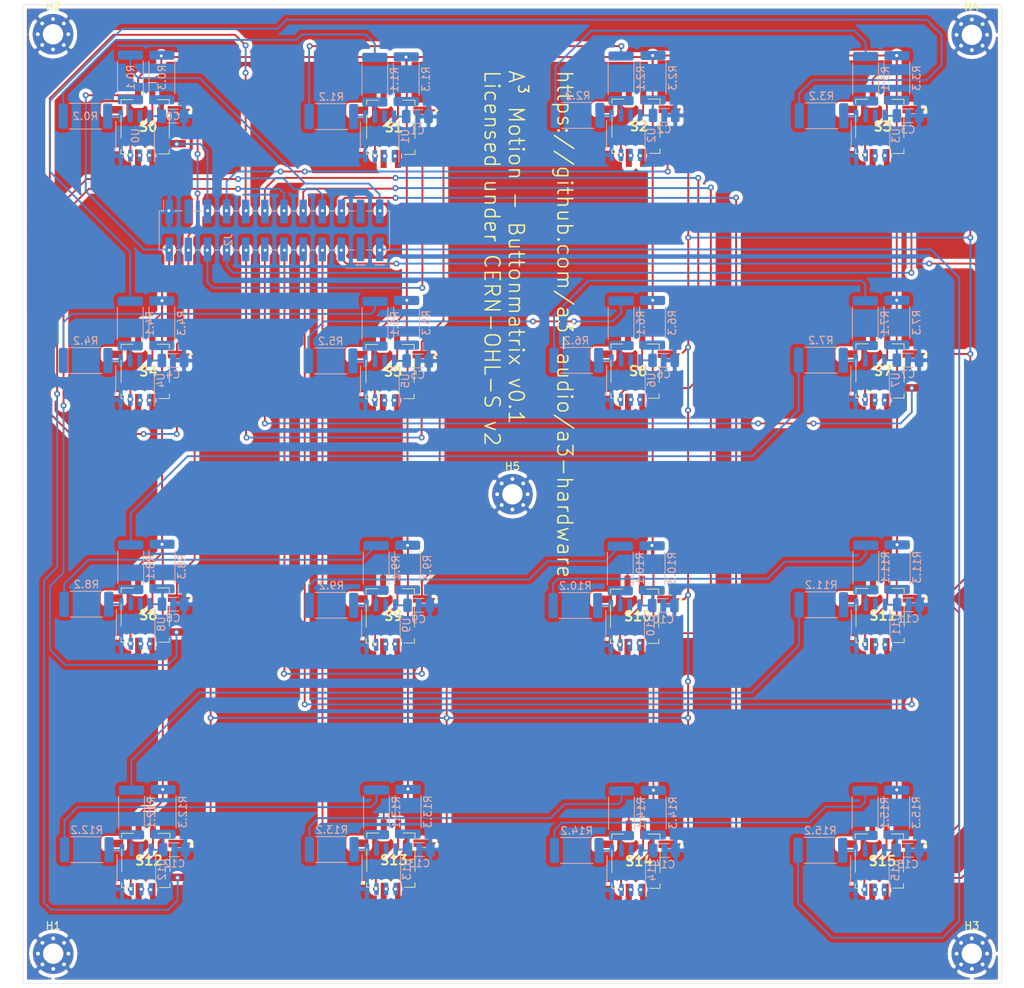
<source format=kicad_pcb>
(kicad_pcb (version 20211014) (generator pcbnew)
  (title_block (title "A³ Motion - Buttonmatrix") (date "2021-08-04") (rev "v.0.1") (company "A3 Audio UG (haftungsbeschränkt)") (comment 3 "ttps://github.com/a3-audio/a3-hardware") (comment 4 "Licensed under CERN-OHL-S v2"))
  (layers (0 "F.Cu" signal) (31 "B.Cu" signal) (34 "B.Paste" user) (35 "F.Paste" user) (36 "B.SilkS" user "B.Silkscreen") (37 "F.SilkS" user "F.Silkscreen") (38 "B.Mask" user) (39 "F.Mask" user) (44 "Edge.Cuts" user))
  (net 0 "")
  (net 1 "Net-(C1-Pad1)")
  (net 2 "GND")
  (net 3 "Net-(C2-Pad1)")
  (net 4 "Net-(C3-Pad1)")
  (net 5 "Net-(C4-Pad1)")
  (net 6 "Net-(C5-Pad1)")
  (net 7 "Net-(C6-Pad1)")
  (net 8 "Net-(C7-Pad1)")
  (net 9 "Net-(C8-Pad1)")
  (net 10 "Net-(C9-Pad1)")
  (net 11 "Net-(C10-Pad1)")
  (net 12 "Net-(C11-Pad1)")
  (net 13 "Net-(C12-Pad1)")
  (net 14 "Net-(C13-Pad1)")
  (net 15 "Net-(C14-Pad1)")
  (net 16 "Net-(C15-Pad1)")
  (net 17 "+5V")
  (net 18 "btn00")
  (net 19 "btn01")
  (net 20 "btn02")
  (net 21 "btn03")
  (net 22 "btn04")
  (net 23 "btn05")
  (net 24 "btn06")
  (net 25 "btn07")
  (net 26 "btn08")
  (net 27 "btn09")
  (net 28 "btn10")
  (net 29 "btn11")
  (net 30 "btn12")
  (net 31 "btn13")
  (net 32 "btn14")
  (net 33 "btn15")
  (net 34 "LED_DAT_IN")
  (net 35 "LED_DAT_OUT")
  (net 36 "Net-(S1-PadL4)")
  (net 37 "Net-(S1-PadL2)")
  (net 38 "Net-(S1-PadL1)")
  (net 39 "Net-(S2-PadL4)")
  (net 40 "Net-(S2-PadL2)")
  (net 41 "Net-(S2-PadL1)")
  (net 42 "Net-(S3-PadL4)")
  (net 43 "Net-(S3-PadL2)")
  (net 44 "Net-(S3-PadL1)")
  (net 45 "Net-(S4-PadL1)")
  (net 46 "Net-(S4-PadL2)")
  (net 47 "Net-(S4-PadL4)")
  (net 48 "Net-(S5-PadL1)")
  (net 49 "Net-(S5-PadL2)")
  (net 50 "Net-(S5-PadL4)")
  (net 51 "Net-(S6-PadL4)")
  (net 52 "Net-(S6-PadL2)")
  (net 53 "Net-(S6-PadL1)")
  (net 54 "Net-(S7-PadL1)")
  (net 55 "Net-(S7-PadL2)")
  (net 56 "Net-(S7-PadL4)")
  (net 57 "Net-(S8-PadL1)")
  (net 58 "Net-(S8-PadL2)")
  (net 59 "Net-(S8-PadL4)")
  (net 60 "Net-(S9-PadL4)")
  (net 61 "Net-(S9-PadL2)")
  (net 62 "Net-(S9-PadL1)")
  (net 63 "Net-(S10-PadL4)")
  (net 64 "Net-(S10-PadL2)")
  (net 65 "Net-(S10-PadL1)")
  (net 66 "Net-(S11-PadL4)")
  (net 67 "Net-(S11-PadL2)")
  (net 68 "Net-(S11-PadL1)")
  (net 69 "Net-(S12-PadL1)")
  (net 70 "Net-(S12-PadL2)")
  (net 71 "Net-(S12-PadL4)")
  (net 72 "Net-(S13-PadL4)")
  (net 73 "Net-(S13-PadL2)")
  (net 74 "Net-(S13-PadL1)")
  (net 75 "Net-(S14-PadL1)")
  (net 76 "Net-(S14-PadL2)")
  (net 77 "Net-(S14-PadL4)")
  (net 78 "Net-(S15-PadL1)")
  (net 79 "Net-(S15-PadL2)")
  (net 80 "Net-(S15-PadL4)")
  (net 81 "Net-(U1-Pad7)")
  (net 82 "Net-(U2-Pad7)")
  (net 83 "Net-(U3-Pad7)")
  (net 84 "Net-(U4-Pad7)")
  (net 85 "Net-(U5-Pad7)")
  (net 86 "Net-(U6-Pad7)")
  (net 87 "Net-(U7-Pad7)")
  (net 88 "Net-(U8-Pad7)")
  (net 89 "Net-(U9-Pad7)")
  (net 90 "Net-(U10-Pad7)")
  (net 91 "Net-(U11-Pad7)")
  (net 92 "Net-(U12-Pad7)")
  (net 93 "Net-(U13-Pad7)")
  (net 94 "Net-(U14-Pad7)")
  (net 95 "Net-(U15-Pad7)")
  (net 96 "Net-(C0-Pad1)")
  (net 97 "Net-(R0.2-Pad2)")
  (net 98 "Net-(R0.2-Pad1)")
  (net 99 "Net-(R0.1-Pad1)")
  (net 100 "Net-(R1.1-Pad1)")
  (net 101 "Net-(R1.2-Pad2)")
  (net 102 "Net-(R1.2-Pad1)")
  (net 103 "Net-(R2.2-Pad2)")
  (net 104 "Net-(R2.2-Pad1)")
  (net 105 "Net-(R2.1-Pad1)")
  (net 106 "Net-(R3.1-Pad1)")
  (net 107 "Net-(R3.2-Pad2)")
  (net 108 "Net-(R3.2-Pad1)")
  (net 109 "Net-(R4.2-Pad1)")
  (net 110 "Net-(R4.2-Pad2)")
  (net 111 "Net-(R4.1-Pad1)")
  (net 112 "Net-(R5.1-Pad1)")
  (net 113 "Net-(R5.2-Pad1)")
  (net 114 "Net-(R5.2-Pad2)")
  (net 115 "Net-(R6.2-Pad2)")
  (net 116 "Net-(R6.2-Pad1)")
  (net 117 "Net-(R6.1-Pad1)")
  (net 118 "Net-(R7.1-Pad1)")
  (net 119 "Net-(R7.2-Pad1)")
  (net 120 "Net-(R7.2-Pad2)")
  (net 121 "Net-(R8.1-Pad1)")
  (net 122 "Net-(R8.2-Pad1)")
  (net 123 "Net-(R8.2-Pad2)")
  (net 124 "Net-(R9.1-Pad1)")
  (net 125 "Net-(R10.1-Pad2)")
  (net 126 "Net-(R9.2-Pad1)")
  (net 127 "Net-(R10.1-Pad1)")
  (net 128 "Net-(R10.2-Pad1)")
  (net 129 "Net-(R10.2-Pad2)")
  (net 130 "Net-(R11.1-Pad1)")
  (net 131 "Net-(R11.2-Pad2)")
  (net 132 "Net-(R11.2-Pad1)")
  (net 133 "Net-(R12.1-Pad1)")
  (net 134 "Net-(R12.2-Pad1)")
  (net 135 "Net-(R12.2-Pad2)")
  (net 136 "Net-(R13.1-Pad1)")
  (net 137 "Net-(R13.2-Pad2)")
  (net 138 "Net-(R13.2-Pad1)")
  (net 139 "Net-(R14.1-Pad1)")
  (net 140 "Net-(R14.2-Pad1)")
  (net 141 "Net-(R14.2-Pad2)")
  (net 142 "Net-(R15.1-Pad1)")
  (net 143 "Net-(R15.2-Pad1)")
  (net 144 "Net-(S0-PadL1)")
  (net 145 "Net-(S0-PadL2)")
  (net 146 "Net-(S0-PadL4)")
  (net 147 "Net-(U0-Pad7)")
  (net 148 "+3V3")
  (net 149 "Net-(J2-Pad22)")
  (net 150 "Net-(J2-Pad21)")
  (net 151 "Net-(J2-Pad3)")
  (net 152 "Net-(S0-Pad2)")
  (net 153 "Net-(S0-Pad4)")
  (net 154 "Net-(S1-Pad2)")
  (net 155 "Net-(S1-Pad4)")
  (net 156 "Net-(S2-Pad2)")
  (net 157 "Net-(S2-Pad4)")
  (net 158 "Net-(S3-Pad2)")
  (net 159 "Net-(S3-Pad4)")
  (net 160 "Net-(S4-Pad4)")
  (net 161 "Net-(S4-Pad2)")
  (net 162 "Net-(S5-Pad2)")
  (net 163 "Net-(S5-Pad4)")
  (net 164 "Net-(S6-Pad4)")
  (net 165 "Net-(S6-Pad2)")
  (net 166 "Net-(S7-Pad2)")
  (net 167 "Net-(S7-Pad4)")
  (net 168 "Net-(S8-Pad4)")
  (net 169 "Net-(S8-Pad2)")
  (net 170 "Net-(S9-Pad4)")
  (net 171 "Net-(S9-Pad2)")
  (net 172 "Net-(S10-Pad4)")
  (net 173 "Net-(S10-Pad2)")
  (net 174 "Net-(S11-Pad2)")
  (net 175 "Net-(S11-Pad4)")
  (net 176 "Net-(S12-Pad4)")
  (net 177 "Net-(S12-Pad2)")
  (net 178 "Net-(S13-Pad2)")
  (net 179 "Net-(S13-Pad4)")
  (net 180 "Net-(S14-Pad4)")
  (net 181 "Net-(S14-Pad2)")
  (net 182 "Net-(S15-Pad4)")
  (net 183 "Net-(S15-Pad2)")
  (footprint "SamacSys_Parts:228CMVARGBFR" (layer "F.Cu") (at 43.72478 137.70078)
    (fp_text reference "S12")
    (fp_text value "228CMVARGBFR" hide)
  )
  (footprint "SamacSys_Parts:228CMVARGBFR" (layer "F.Cu") (at 43.65522 105.11862)
    (fp_text reference "S8")
    (fp_text value "228CMVARGBFR" hide)
  )
  (footprint "SamacSys_Parts:228CMVARGBFR" (layer "F.Cu") (at 43.65198 72.76196)
    (fp_text reference "S4")
    (fp_text value "228CMVARGBFR" hide)
  )
  (footprint "SamacSys_Parts:228CMVARGBFR" (layer "F.Cu") (at 76.18522 105.22862)
    (fp_text reference "S9")
    (fp_text value "228CMVARGBFR" hide)
  )
  (footprint "SamacSys_Parts:228CMVARGBFR" (layer "F.Cu") (at 76.15198 72.78696)
    (fp_text reference "S5")
    (fp_text value "228CMVARGBFR" hide)
  )
  (footprint "SamacSys_Parts:228CMVARGBFR" (layer "F.Cu") (at 108.80478 137.80078)
    (fp_text reference "S14")
    (fp_text value "228CMVARGBFR" hide)
  )
  (footprint "SamacSys_Parts:228CMVARGBFR" (layer "F.Cu") (at 108.63522 105.27862)
    (fp_text reference "S10")
    (fp_text value "228CMVARGBFR" hide)
  )
  (footprint "SamacSys_Parts:228CMVARGBFR" (layer "F.Cu") (at 108.69446 72.73108)
    (fp_text reference "S6")
    (fp_text value "228CMVARGBFR" hide)
  )
  (footprint "SamacSys_Parts:228CMVARGBFR" (layer "F.Cu") (at 108.81224 40.21226)
    (fp_text reference "S2")
    (fp_text value "228CMVARGBFR" hide)
  )
  (footprint "SamacSys_Parts:228CMVARGBFR" (layer "F.Cu") (at 141.12978 137.77578)
    (fp_text reference "S15")
    (fp_text value "228CMVARGBFR" hide)
  )
  (footprint "SamacSys_Parts:228CMVARGBFR" (layer "F.Cu") (at 141.22522 105.17862)
    (fp_text reference "S11")
    (fp_text value "228CMVARGBFR" hide)
  )
  (footprint "SamacSys_Parts:228CMVARGBFR" (layer "F.Cu") (at 141.21154 72.70568)
    (fp_text reference "S7")
    (fp_text value "228CMVARGBFR" hide)
  )
  (footprint "SamacSys_Parts:228CMVARGBFR" (layer "F.Cu") (at 141.182 40.2402)
    (fp_text reference "S3")
    (fp_text value "228CMVARGBFR" hide)
  )
  (footprint "SamacSys_Parts:228CMVARGBFR" (layer "F.Cu") (at 43.64198 40.28196)
    (fp_text reference "S0")
    (fp_text value "228CMVARGBFR" hide)
  )
  (footprint "SamacSys_Parts:228CMVARGBFR" (layer "F.Cu") (at 76.25198 40.35196)
    (fp_text reference "S1")
    (fp_text value "228CMVARGBFR" hide)
  )
  (footprint "SamacSys_Parts:228CMVARGBFR" (layer "F.Cu") (at 76.26478 137.66078)
    (fp_text reference "S13")
    (fp_text value "228CMVARGBFR" hide)
  )
  (footprint "MountingHole:MountingHole_2.7mm_Pad_Via" (layer "F.Cu") (at 31.431891 150.07578)
    (fp_text reference "H1")
    (fp_text value "MountingHole_Pad")
  )
  (footprint "MountingHole:MountingHole_2.7mm_Pad_Via" (layer "F.Cu") (at 31.40478 28)
    (fp_text reference "H2")
    (fp_text value "MountingHole_Pad")
  )
  (footprint "MountingHole:MountingHole_2.7mm_Pad_Via" (layer "F.Cu") (at 153.40478 150.07578)
    (fp_text reference "H3")
    (fp_text value "MountingHole_Pad")
  )
  (footprint "MountingHole:MountingHole_2.7mm_Pad_Via" (layer "F.Cu") (at 153.40478 28.07578)
    (fp_text reference "H4")
    (fp_text value "MountingHole_Pad")
  )
  (footprint "MountingHole:MountingHole_2.7mm_Pad_Via" (layer "F.Cu") (at 92.40478 89.07578)
    (fp_text reference "H5")
    (fp_text value "MountingHole_Pad")
  )
  (footprint "Resistor_SMD:R_2512_6332Metric" (layer "B.Cu") (at 101.06728 38.77578 180)
    (fp_text reference "R2.2")
    (fp_text value "33")
  )
  (footprint "Resistor_SMD:R_2512_6332Metric" (layer "B.Cu") (at 133.44228 38.82578 180)
    (fp_text reference "R3.2")
    (fp_text value "33")
  )
  (footprint "Capacitor_SMD:C_1206_3216Metric" (layer "B.Cu") (at 47.50478 136.27578)
    (fp_text reference "C12")
    (fp_text value "104")
  )
  (footprint "Capacitor_SMD:C_1206_3216Metric" (layer "B.Cu") (at 47.35478 103.67578)
    (fp_text reference "C8")
    (fp_text value "104")
  )
  (footprint "Capacitor_SMD:C_1206_3216Metric" (layer "B.Cu") (at 47.32978 71.32578)
    (fp_text reference "C4")
    (fp_text value "104")
  )
  (footprint "Capacitor_SMD:C_1206_3216Metric" (layer "B.Cu") (at 47.32978 38.87578)
    (fp_text reference "C0")
    (fp_text value "104")
  )
  (footprint "Capacitor_SMD:C_1206_3216Metric" (layer "B.Cu") (at 79.95478 103.82578)
    (fp_text reference "C9")
    (fp_text value "104")
  )
  (footprint "Capacitor_SMD:C_1206_3216Metric" (layer "B.Cu") (at 79.82978 71.37578)
    (fp_text reference "C5")
    (fp_text value "104")
  )
  (footprint "Capacitor_SMD:C_1206_3216Metric" (layer "B.Cu") (at 79.77978 38.92578)
    (fp_text reference "C1")
    (fp_text value "104")
  )
  (footprint "Capacitor_SMD:C_1206_3216Metric" (layer "B.Cu") (at 112.57978 136.37578)
    (fp_text reference "C14")
    (fp_text value "104")
  )
  (footprint "Capacitor_SMD:C_1206_3216Metric" (layer "B.Cu") (at 112.42978 103.85078)
    (fp_text reference "C10")
    (fp_text value "104")
  )
  (footprint "Capacitor_SMD:C_1206_3216Metric" (layer "B.Cu") (at 112.47978 71.30078)
    (fp_text reference "C6")
    (fp_text value "104")
  )
  (footprint "Capacitor_SMD:C_1206_3216Metric" (layer "B.Cu") (at 112.55478 38.77578)
    (fp_text reference "C2")
    (fp_text value "104")
  )
  (footprint "Capacitor_SMD:C_1206_3216Metric" (layer "B.Cu") (at 144.90478 136.35078)
    (fp_text reference "C15")
    (fp_text value "104")
  )
  (footprint "Capacitor_SMD:C_1206_3216Metric" (layer "B.Cu") (at 144.97978 103.75078)
    (fp_text reference "C11")
    (fp_text value "104")
  )
  (footprint "Capacitor_SMD:C_1206_3216Metric" (layer "B.Cu") (at 144.92978 71.27578)
    (fp_text reference "C7")
    (fp_text value "104")
  )
  (footprint "Capacitor_SMD:C_1206_3216Metric" (layer "B.Cu") (at 144.92978 38.82578)
    (fp_text reference "C3")
    (fp_text value "104")
  )
  (footprint "Resistor_SMD:R_2512_6332Metric" (layer "B.Cu") (at 41.82978 131.33828 90)
    (fp_text reference "R12.1")
    (fp_text value "33")
  )
  (footprint "Resistor_SMD:R_2512_6332Metric" (layer "B.Cu") (at 35.89228 136.27578 180)
    (fp_text reference "R12.2")
    (fp_text value "33")
  )
  (footprint "Resistor_SMD:R_2512_6332Metric" (layer "B.Cu") (at 41.72978 98.76328 90)
    (fp_text reference "R8.1")
    (fp_text value "33")
  )
  (footprint "Resistor_SMD:R_2512_6332Metric" (layer "B.Cu") (at 35.84228 103.67578 180)
    (fp_text reference "R8.2")
    (fp_text value "33")
  )
  (footprint "Resistor_SMD:R_2512_6332Metric" (layer "B.Cu") (at 41.65478 66.41328 90)
    (fp_text reference "R4.1")
    (fp_text value "33")
  )
  (footprint "Resistor_SMD:R_2512_6332Metric" (layer "B.Cu") (at 35.74228 71.32578 180)
    (fp_text reference "R4.2")
    (fp_text value "33")
  )
  (footprint "Resistor_SMD:R_2512_6332Metric" (layer "B.Cu") (at 41.67978 33.72578 90)
    (fp_text reference "R0.1")
    (fp_text value "33")
  )
  (footprint "Resistor_SMD:R_2512_6332Metric" (layer "B.Cu") (at 46.02978 131.26328 90)
    (fp_text reference "R12.3")
    (fp_text value "100")
  )
  (footprint "Resistor_SMD:R_2512_6332Metric" (layer "B.Cu") (at 45.87978 98.67578 90)
    (fp_text reference "R8.3")
    (fp_text value "100")
  )
  (footprint "Resistor_SMD:R_2512_6332Metric" (layer "B.Cu") (at 45.85478 33.73828 90)
    (fp_text reference "R0.3")
    (fp_text value "100")
  )
  (footprint "Resistor_SMD:R_2512_6332Metric" (layer "B.Cu") (at 68.36728 103.82578 180)
    (fp_text reference "R9.2")
    (fp_text value "33")
  )
  (footprint "Resistor_SMD:R_2512_6332Metric" (layer "B.Cu") (at 74.15478 66.43828 90)
    (fp_text reference "R5.1")
    (fp_text value "33")
  )
  (footprint "Resistor_SMD:R_2512_6332Metric" (layer "B.Cu") (at 68.26728 71.37578 180)
    (fp_text reference "R5.2")
    (fp_text value "33")
  )
  (footprint "Resistor_SMD:R_2512_6332Metric" (layer "B.Cu") (at 74.12978 34.03828 90)
    (fp_text reference "R1.1")
    (fp_text value "33")
  )
  (footprint "Resistor_SMD:R_2512_6332Metric" (layer "B.Cu") (at 68.36728 38.92578 180)
    (fp_text reference "R1.2")
    (fp_text value "33")
  )
  (footprint "Resistor_SMD:R_2512_6332Metric" (layer "B.Cu") (at 78.47978 98.81328 90)
    (fp_text reference "R9.3")
    (fp_text value "100")
  )
  (footprint "Resistor_SMD:R_2512_6332Metric" (layer "B.Cu") (at 78.35478 66.31328 90)
    (fp_text reference "R5.3")
    (fp_text value "100")
  )
  (footprint "Resistor_SMD:R_2512_6332Metric" (layer "B.Cu") (at 78.30478 33.96328 90)
    (fp_text reference "R1.3")
    (fp_text value "100")
  )
  (footprint "Resistor_SMD:R_2512_6332Metric" (layer "B.Cu") (at 106.87978 131.43828 90)
    (fp_text reference "R14.1")
    (fp_text value "33")
  )
  (footprint "Resistor_SMD:R_2512_6332Metric" (layer "B.Cu") (at 100.94228 136.37578 180)
    (fp_text reference "R14.2")
    (fp_text value "33")
  )
  (footprint "Resistor_SMD:R_2512_6332Metric" (layer "B.Cu") (at 100.76728 103.85078 180)
    (fp_text reference "R10.2")
    (fp_text value "33")
  )
  (footprint "Resistor_SMD:R_2512_6332Metric" (layer "B.Cu") (at 106.82978 66.36328 90)
    (fp_text reference "R6.1")
    (fp_text value "33")
  )
  (footprint "Resistor_SMD:R_2512_6332Metric" (layer "B.Cu") (at 100.89228 71.30078 180)
    (fp_text reference "R6.2")
    (fp_text value "33")
  )
  (footprint "Resistor_SMD:R_2512_6332Metric" (layer "B.Cu") (at 106.82978 33.85078 90)
    (fp_text reference "R2.1")
    (fp_text value "33")
  )
  (footprint "Resistor_SMD:R_2512_6332Metric" (layer "B.Cu") (at 111.10478 131.36328 90)
    (fp_text reference "R14.3")
    (fp_text value "100")
  )
  (footprint "Resistor_SMD:R_2512_6332Metric" (layer "B.Cu") (at 110.95478 98.88828 90)
    (fp_text reference "R10.3")
    (fp_text value "100")
  )
  (footprint "Resistor_SMD:R_2512_6332Metric" (layer "B.Cu") (at 111.00478 66.31328 90)
    (fp_text reference "R6.3")
    (fp_text value "100")
  )
  (footprint "Resistor_SMD:R_2512_6332Metric" (layer "B.Cu") (at 111.07978 33.77578 90)
    (fp_text reference "R2.3")
    (fp_text value "100")
  )
  (footprint "Resistor_SMD:R_2512_6332Metric" (layer "B.Cu") (at 139.22978 131.41328 90)
    (fp_text reference "R15.1")
    (fp_text value "33")
  )
  (footprint "Resistor_SMD:R_2512_6332Metric" (layer "B.Cu") (at 133.29228 136.35078 180)
    (fp_text reference "R15.2")
    (fp_text value "33")
  )
  (footprint "Resistor_SMD:R_2512_6332Metric" (layer "B.Cu") (at 139.32978 98.81328 90)
    (fp_text reference "R11.1")
    (fp_text value "33")
  )
  (footprint "Resistor_SMD:R_2512_6332Metric" (layer "B.Cu") (at 133.41728 103.75078 180)
    (fp_text reference "R11.2")
    (fp_text value "33")
  )
  (footprint "Resistor_SMD:R_2512_6332Metric" (layer "B.Cu") (at 139.25478 66.36328 90)
    (fp_text reference "R7.1")
    (fp_text value "33")
  )
  (footprint "Resistor_SMD:R_2512_6332Metric" (layer "B.Cu") (at 133.36728 71.27578 180)
    (fp_text reference "R7.2")
    (fp_text value "33")
  )
  (footprint "Resistor_SMD:R_2512_6332Metric" (layer "B.Cu") (at 139.30478 33.91328 90)
    (fp_text reference "R3.1")
    (fp_text value "33")
  )
  (footprint "Resistor_SMD:R_2512_6332Metric" (layer "B.Cu") (at 143.42978 131.33828 90)
    (fp_text reference "R15.3")
    (fp_text value "100")
  )
  (footprint "Resistor_SMD:R_2512_6332Metric" (layer "B.Cu") (at 143.50478 98.76328 90)
    (fp_text reference "R11.3")
    (fp_text value "100")
  )
  (footprint "Resistor_SMD:R_2512_6332Metric" (layer "B.Cu") (at 143.45478 66.28828 90)
    (fp_text reference "R7.3")
    (fp_text value "100")
  )
  (footprint "Resistor_SMD:R_2512_6332Metric" (layer "B.Cu") (at 143.45478 33.81328 90)
    (fp_text reference "R3.3")
    (fp_text value "100")
  )
  (footprint "Package_SO:SOP-8_3.9x4.9mm_P1.27mm" (layer "B.Cu") (at 42.46978 138.90078 90)
    (fp_text reference "U12")
    (fp_text value "WS2811")
  )
  (footprint "Package_SO:SOP-8_3.9x4.9mm_P1.27mm" (layer "B.Cu") (at 42.36978 106.30078 90)
    (fp_text reference "U8")
    (fp_text value "WS2811")
  )
  (footprint "Package_SO:SOP-8_3.9x4.9mm_P1.27mm" (layer "B.Cu") (at 42.29478 73.95078 90)
    (fp_text reference "U4")
    (fp_text value "WS2811")
  )
  (footprint "Package_SO:SOP-8_3.9x4.9mm_P1.27mm" (layer "B.Cu") (at 139.96978 106.37578 90)
    (fp_text reference "U11")
    (fp_text value "WS2811")
  )
  (footprint "Package_SO:SOP-8_3.9x4.9mm_P1.27mm" (layer "B.Cu") (at 42.30478 41.50078 90)
    (fp_text reference "U0")
    (fp_text value "WS2811")
  )
  (footprint "Package_SO:SOP-8_3.9x4.9mm_P1.27mm" (layer "B.Cu") (at 74.93978 106.45078 90)
    (fp_text reference "U9")
    (fp_text value "WS2811")
  )
  (footprint "Package_SO:SOP-8_3.9x4.9mm_P1.27mm" (layer "B.Cu") (at 74.79478 74.00078 90)
    (fp_text reference "U5")
    (fp_text value "WS2811")
  )
  (footprint "Package_SO:SOP-8_3.9x4.9mm_P1.27mm" (layer "B.Cu") (at 74.76978 41.55078 90)
    (fp_text reference "U1")
    (fp_text value "WS2811")
  )
  (footprint "Package_SO:SOP-8_3.9x4.9mm_P1.27mm" (layer "B.Cu") (at 107.51978 139.00078 90)
    (fp_text reference "U14")
    (fp_text value "WS2811")
  )
  (footprint "Package_SO:SOP-8_3.9x4.9mm_P1.27mm" (layer "B.Cu") (at 107.36978 106.47578 90)
    (fp_text reference "U10")
    (fp_text value "WS2811")
  )
  (footprint "Package_SO:SOP-8_3.9x4.9mm_P1.27mm" (layer "B.Cu") (at 107.46978 73.92578 90)
    (fp_text reference "U6")
    (fp_text value "WS2811")
  )
  (footprint "Package_SO:SOP-8_3.9x4.9mm_P1.27mm" (layer "B.Cu") (at 107.45478 41.40078 90)
    (fp_text reference "U2")
    (fp_text value "WS2811")
  )
  (footprint "Package_SO:SOP-8_3.9x4.9mm_P1.27mm" (layer "B.Cu") (at 139.86978 138.97578 90)
    (fp_text reference "U15")
    (fp_text value "WS2811")
  )
  (footprint "Package_SO:SOP-8_3.9x4.9mm_P1.27mm" (layer "B.Cu") (at 139.89478 73.90078 90)
    (fp_text reference "U7")
    (fp_text value "WS2811")
  )
  (footprint "Package_SO:SOP-8_3.9x4.9mm_P1.27mm" (layer "B.Cu") (at 139.94478 41.45078 90)
    (fp_text reference "U3")
    (fp_text value "WS2811")
  )
  (footprint "Resistor_SMD:R_2512_6332Metric" (layer "B.Cu") (at 74.30478 98.86328 90)
    (fp_text reference "R9.1")
    (fp_text value "33")
  )
  (footprint "Resistor_SMD:R_2512_6332Metric" (layer "B.Cu") (at 35.70478 38.87578 180)
    (fp_text reference "R0.2")
    (fp_text value "33")
  )
  (footprint "Capacitor_SMD:C_1206_3216Metric" (layer "B.Cu") (at 80.02978 136.25078)
    (fp_text reference "C13")
    (fp_text value "104")
  )
  (footprint "Resistor_SMD:R_2512_6332Metric" (layer "B.Cu") (at 78.55478 131.23828 90)
    (fp_text reference "R13.3")
    (fp_text value "100")
  )
  (footprint "Resistor_SMD:R_2512_6332Metric" (layer "B.Cu") (at 68.41728 136.25078 180)
    (fp_text reference "R13.2")
    (fp_text value "33")
  )
  (footprint "Resistor_SMD:R_2512_6332Metric" (layer "B.Cu") (at 74.35478 131.31328 90)
    (fp_text reference "R13.1")
    (fp_text value "33")
  )
  (footprint "Package_SO:SOP-8_3.9x4.9mm_P1.27mm" (layer "B.Cu") (at 74.99478 138.87578 90)
    (fp_text reference "U13")
    (fp_text value "WS2811")
  )
  (footprint "Connector_PinHeader_2.54mm:PinHeader_2x12_P2.54mm_Vertical_SMD" (layer "B.Cu") (at 60.79978 54.05078 -90)
    (fp_text reference "J2")
    (fp_text value "Conn_02x12_Odd_Even")
  )
  (footprint "Resistor_SMD:R_2512_6332Metric" (layer "B.Cu") (at 106.72978 98.93828 90)
    (fp_text reference "R10.1")
    (fp_text value "33")
  )
  (footprint "Resistor_SMD:R_2512_6332Metric" (layer "B.Cu") (at 45.85478 66.36328 90)
    (fp_text reference "R4.3")
    (fp_text value "100")
  )
  (gr_line (start 27.42978 154.05078) (end 27.40478 24.07578) (layer "Edge.Cuts") (width 0.05))
  (gr_line (start 27.40478 24.07578) (end 157.37978 24.07578) (layer "Edge.Cuts") (width 0.05))
  (gr_line (start 157.37978 154.05078) (end 27.42978 154.05078) (layer "Edge.Cuts") (width 0.05))
  (gr_line (start 157.37978 24.07578) (end 157.37978 154.05078) (layer "Edge.Cuts") (width 0.05))
  (gr_text "https://github.com/a3-audio/a3-hardware\n\nA³ Motion - Buttonmatrix v0.1\nLicensed under CERN-OHL-S v2\n" (at 94.521377 32.644439 -90) (layer "F.SilkS") (effects (font (size 2 2) (thickness 0.2)) (justify left)))
  (segment (start 78.30478 36.92578) (end 78.30478 38.92578) (width 0.25) (layer "B.Cu") (net 1))
  (segment (start 76.67478 38.92578) (end 78.30478 38.92578) (width 0.25) (layer "B.Cu") (net 1))
  (via (at 46.77978 51.42578) (size 0.8) (drill 0.4) (layers "F.Cu" "B.Cu") (net 2))
  (segment (start 111.07978 38.77578) (end 111.07978 36.73828) (width 0.25) (layer "B.Cu") (net 3))
  (segment (start 109.35978 38.77578) (end 111.07978 38.77578) (width 0.25) (layer "B.Cu") (net 3))
  (segment (start 141.84978 38.82578) (end 143.45478 38.82578) (width 0.25) (layer "B.Cu") (net 4))
  (segment (start 143.45478 38.82578) (end 143.45478 36.77578) (width 0.25) (layer "B.Cu") (net 4))
  (segment (start 45.85478 69.32578) (end 45.85478 71.32578) (width 0.25) (layer "B.Cu") (net 5))
  (segment (start 44.19978 71.32578) (end 45.85478 71.32578) (width 0.25) (layer "B.Cu") (net 5))
  (segment (start 76.69978 71.37578) (end 78.35478 71.37578) (width 0.25) (layer "B.Cu") (net 6))
  (segment (start 78.35478 71.37578) (end 78.35478 69.27578) (width 0.25) (layer "B.Cu") (net 6))
  (segment (start 111.00478 71.30078) (end 111.00478 69.27578) (width 0.25) (layer "B.Cu") (net 7))
  (segment (start 109.37478 71.30078) (end 111.00478 71.30078) (width 0.25) (layer "B.Cu") (net 7))
  (segment (start 143.45478 69.25078) (end 143.45478 71.27578) (width 0.25) (layer "B.Cu") (net 8))
  (segment (start 141.79978 71.27578) (end 143.45478 71.27578) (width 0.25) (layer "B.Cu") (net 8))
  (segment (start 45.87978 101.63828) (end 45.87978 103.67578) (width 0.25) (layer "B.Cu") (net 9))
  (segment (start 45.87978 103.67578) (end 44.27478 103.67578) (width 0.25) (layer "B.Cu") (net 9))
  (segment (start 78.47978 101.77578) (end 78.47978 103.82578) (width 0.25) (layer "B.Cu") (net 10))
  (segment (start 76.84478 103.82578) (end 78.47978 103.82578) (width 0.25) (layer "B.Cu") (net 10))
  (segment (start 110.95478 103.85078) (end 110.95478 101.85078) (width 0.25) (layer "B.Cu") (net 11))
  (segment (start 109.27478 103.85078) (end 110.95478 103.85078) (width 0.25) (layer "B.Cu") (net 11))
  (segment (start 143.50478 103.75078) (end 143.50478 101.72578) (width 0.25) (layer "B.Cu") (net 12))
  (segment (start 143.50478 103.75078) (end 141.87478 103.75078) (width 0.25) (layer "B.Cu") (net 12))
  (segment (start 44.37478 136.27578) (end 46.02978 136.27578) (width 0.25) (layer "B.Cu") (net 13))
  (segment (start 46.02978 134.22578) (end 46.02978 136.27578) (width 0.25) (layer "B.Cu") (net 13))
  (segment (start 78.55478 134.20078) (end 78.55478 136.25078) (width 0.25) (layer "B.Cu") (net 14))
  (segment (start 76.89978 136.25078) (end 78.55478 136.25078) (width 0.25) (layer "B.Cu") (net 14))
  (segment (start 111.10478 134.32578) (end 111.10478 136.37578) (width 0.25) (layer "B.Cu") (net 15))
  (segment (start 109.42478 136.37578) (end 111.10478 136.37578) (width 0.25) (layer "B.Cu") (net 15))
  (segment (start 143.42978 134.30078) (end 143.42978 136.35078) (width 0.25) (layer "B.Cu") (net 16))
  (segment (start 141.77478 136.35078) (end 143.42978 136.35078) (width 0.25) (layer "B.Cu") (net 16))
  (segment (start 42.70522 98.65034) (end 42.70522 100.91862) (width 0.25) (layer "F.Cu") (net 17))
  (segment (start 108.57978 33.32578) (end 107.86224 34.04332) (width 0.25) (layer "F.Cu") (net 17))
  (segment (start 142.27978 131.02578) (end 140.62978 131.02578) (width 0.25) (layer "F.Cu") (net 17))
  (segment (start 110.82978 31.02578) (end 111.02978 30.82578) (width 0.25) (layer "F.Cu") (net 17))
  (segment (start 78.27978 31.02578) (end 45.92978 31.02578) (width 0.25) (layer "F.Cu") (net 17))
  (segment (start 44.72978 33.07578) (end 43.42978 33.07578) (width 0.25) (layer "F.Cu") (net 17))
  (segment (start 45.87978 61.32578) (end 46.82978 60.37578) (width 0.25) (layer "F.Cu") (net 17))
  (segment (start 140.77978 98.32578) (end 140.27522 98.83034) (width 0.25) (layer "F.Cu") (net 17))
  (segment (start 142.67978 33.32578) (end 140.87978 33.32578) (width 0.25) (layer "F.Cu") (net 17))
  (segment (start 143.47978 97.27578) (end 142.42978 98.32578) (width 0.25) (layer "F.Cu") (net 17))
  (segment (start 143.42978 129.87578) (end 142.27978 131.02578) (width 0.25) (layer "F.Cu") (net 17))
  (segment (start 43.32978 66.07578) (end 42.70198 66.70358) (width 0.25) (layer "F.Cu") (net 17))
  (segment (start 45.87978 96.87578) (end 44.82978 97.92578) (width 0.25) (layer "F.Cu") (net 17))
  (segment (start 45.77978 30.87578) (end 45.77978 32.02578) (width 0.25) (layer "F.Cu") (net 17))
  (segment (start 75.77978 33.67578) (end 75.30198 34.15358) (width 0.25) (layer "F.Cu") (net 17))
  (segment (start 78.37978 63.32578) (end 78.37978 31.12578) (width 0.25) (layer "F.Cu") (net 17))
  (segment (start 78.37978 63.32578) (end 78.37978 64.82578) (width 0.25) (layer "F.Cu") (net 17))
  (segment (start 43.37978 130.97578) (end 42.77478 131.58078) (width 0.25) (layer "F.Cu") (net 17))
  (segment (start 110.92978 95.87578) (end 110.92978 97.17578) (width 0.25) (layer "F.Cu") (net 17))
  (segment (start 107.68522 98.92034) (end 107.68522 101.07862) (width 0.25) (layer "F.Cu") (net 17))
  (segment (start 111.02978 30.82578) (end 143.42978 30.82578) (width 0.25) (layer "F.Cu") (net 17))
  (segment (start 75.20198 66.80358) (end 75.20198 68.58696) (width 0.25) (layer "F.Cu") (net 17))
  (segment (start 111.12978 96.07578) (end 110.92978 95.87578) (width 0.25) (layer "F.Cu") (net 17))
  (segment (start 78.37978 64.82578) (end 77.12978 66.07578) (width 0.25) (layer "F.Cu") (net 17))
  (segment (start 45.87978 64.97578) (end 44.77978 66.07578) (width 0.25) (layer "F.Cu") (net 17))
  (segment (start 44.82978 97.92578) (end 43.42978 97.92578) (width 0.25) (layer "F.Cu") (net 17))
  (segment (start 78.52978 97.32578) (end 78.52978 95.92578) (width 0.25) (layer "F.Cu") (net 17))
  (segment (start 78.07978 97.77578) (end 78.52978 97.32578) (width 0.25) (layer "F.Cu") (net 17))
  (segment (start 108.27978 131.22578) (end 107.85478 131.65078) (width 0.25) (layer "F.Cu") (net 17))
  (segment (start 140.87978 33.32578) (end 140.232 33.97356) (width 0.25) (layer "F.Cu") (net 17))
  (segment (start 44.77978 130.97578) (end 43.37978 130.97578) (width 0.25) (layer "F.Cu") (net 17))
  (segment (start 107.85478 131.65078) (end 107.85478 133.60078) (width 0.25) (layer "F.Cu") (net 17))
  (segment (start 42.69198 33.81358) (end 42.69198 36.08196) (width 0.25) (layer "F.Cu") (net 17))
  (segment (start 35.75 36.1) (end 42.67394 36.1) (width 0.25) (layer "F.Cu") (net 17))
  (segment (start 42.70198 66.70358) (end 42.70198 68.56196) (width 0.25) (layer "F.Cu") (net 17))
  (segment (start 42.67394 36.1) (end 42.69198 36.08196) (width 0.25) (layer "F.Cu") (net 17))
  (segment (start 110.02978 65.82578) (end 108.42978 65.82578) (width 0.25) (layer "F.Cu") (net 17))
  (segment (start 110.17978 33.32578) (end 108.57978 33.32578) (width 0.25) (layer "F.Cu") (net 17))
  (segment (start 109.82978 131.22578) (end 108.27978 131.22578) (width 0.25) (layer "F.Cu") (net 17))
  (segment (start 77.02978 33.67578) (end 75.77978 33.67578) (width 0.25) (layer "F.Cu") (net 17))
  (segment (start 45.87978 63.37578) (end 45.87978 64.97578) (width 0.25) (layer "F.Cu") (net 17))
  (segment (start 75.31478 131.34078) (end 75.31478 133.46078) (width 0.25) (layer "F.Cu") (net 17))
  (segment (start 45.97978 129.77578) (end 44.77978 130.97578) (width 0.25) (layer "F.Cu") (net 17))
  (segment (start 111.02978 95.77578) (end 110.92978 95.87578) (width 0.25) (layer "F.Cu") (net 17))
  (segment (start 143.42978 30.82578) (end 143.42978 32.57578) (width 0.25) (layer "F.Cu") (net 17))
  (segment (start 45.87978 63.37578) (end 45.87978 61.32578) (width 0.25) (layer "F.Cu") (net 17))
  (segment (start 45.92978 31.02578) (end 45.77978 30.87578) (width 0.25) (layer "F.Cu") (net 17))
  (segment (start 143.47978 70.102438) (end 143.42978 70.052438) (width 0.25) (layer "F.Cu") (net 17))
  (segment (start 111.02978 63.32578) (end 111.02978 95.77578) (width 0.25) (layer "F.Cu") (net 17))
  (segment (start 140.62978 131.02578) (end 140.17978 131.47578) (width 0.25) (layer "F.Cu") (net 17))
  (segment (start 140.72978 66.02578) (end 140.26154 66.49402) (width 0.25) (layer "F.Cu") (net 17))
  (segment (start 78.37978 31.12578) (end 78.27978 31.02578) (width 0.25) (layer "F.Cu") (net 17))
  (segment (start 75.23522 101.02862) (end 75.23522 99.57862) (width 0.25) (layer "F.Cu") (net 17))
  (segment (start 143.42978 70.052438) (end 143.42978 63.32578) (width 0.25) (layer "F.Cu") (net 17))
  (segment (start 111.02978 63.32578) (end 111.02978 30.82578) (width 0.25) (layer "F.Cu") (net 17))
  (segment (start 140.17978 131.47578) (end 140.17978 133.57578) (width 0.25) (layer "F.Cu") (net 17))
  (segment (start 42.77478 131.58078) (end 42.77478 133.50078) (width 0.25) (layer "F.Cu") (net 17))
  (segment (start 111.02978 30.82578) (end 111.02978 32.47578) (width 0.25) (layer "F.Cu") (net 17))
  (segment (start 45.87978 95.72578) (end 45.87978 63.37578) (width 0.25) (layer "F.Cu") (net 17))
  (segment (start 44.77978 66.07578) (end 43.32978 66.07578) (width 0.25) (layer "F.Cu") (net 17))
  (segment (start 108.42978 65.82578) (end 107.74446 66.5111) (width 0.25) (layer "F.Cu") (net 17))
  (segment (start 143.47978 95.77578) (end 143.47978 97.27578) (width 0.25) (layer "F.Cu") (net 17))
  (segment (start 141.92978 66.02578) (end 140.72978 66.02578) (width 0.25) (layer "F.Cu") (net 17))
  (segment (start 111.12978 128.37578) (end 111.12978 129.92578) (width 0.25) (layer "F.Cu") (net 17))
  (segment (start 140.232 33.97356) (end 140.232 36.0402) (width 0.25) (layer "F.Cu") (net 17))
  (segment (start 75.30198 34.15358) (end 75.30198 36.15196) (width 0.25) (layer "F.Cu") (net 17))
  (segment (start 43.42978 97.92578) (end 42.70522 98.65034) (width 0.25) (layer "F.Cu") (net 17))
  (segment (start 110.92978 97.17578) (end 109.92978 98.17578) (width 0.25) (layer "F.Cu") (net 17))
  (segment (start 107.74446 66.5111) (end 107.74446 68.53108) (width 0.25) (layer "F.Cu") (net 17))
  (segment (start 75.92978 66.07578) (end 75.20198 66.80358) (width 0.25) (layer "F.Cu") (net 17))
  (segment (start 75.92978 130.72578) (end 75.31478 131.34078) (width 0.25) (layer "F.Cu") (net 17))
  (segment (start 78.37978 67.679758) (end 78.37978 63.32578) (width 0.25) (layer "F.Cu") (net 17))
  (segment (start 143.42978 63.32578) (end 143.42978 64.52578) (width 0.25) (layer "F.Cu") (net 17))
  (segment (start 109.92978 98.17578) (end 108.42978 98.17578) (width 0.25) (layer "F.Cu") (net 17))
  (segment (start 78.27978 32.42578) (end 77.02978 33.67578) (width 0.25) (layer "F.Cu") (net 17))
  (segment (start 143.42978 95.82578) (end 143.47978 95.77578) (width 0.25) (layer "F.Cu") (net 17))
  (segment (start 75.23522 99.57862) (end 77.03806 97.77578) (width 0.25) (layer "F.Cu") (net 17))
  (segment (start 43.42978 33.07578) (end 42.69198 33.81358) (width 0.25) (layer "F.Cu") (net 17))
  (segment (start 143.47978 95.77578) (end 143.47978 70.102438) (width 0.25) (layer "F.Cu") (net 17))
  (segment (start 78.52978 128.22578) (end 78.52978 95.92578) (width 0.25) (layer "F.Cu") (net 17))
  (segment (start 142.42978 98.32578) (end 140.77978 98.32578) (width 0.25) (layer "F.Cu") (net 17))
  (segment (start 45.97978 95.82578) (end 45.87978 95.72578) (width 0.25) (layer "F.Cu") (net 17))
  (segment (start 111.02978 63.32578) (end 111.02978 64.82578) (width 0.25) (layer "F.Cu") (net 17))
  (segment (start 140.27522 98.83034) (end 140.27522 100.97862) (width 0.25) (layer "F.Cu") (net 17))
  (segment (start 78.47978 95.87578) (end 78.47978 67.779758) (width 0.25) (layer "F.Cu") (net 17))
  (segment (start 108.42978 98.17578) (end 107.68522 98.92034) (width 0.25) (layer "F.Cu") (net 17))
  (segment (start 78.27978 31.02578) (end 78.27978 32.42578) (width 0.25) (layer "F.Cu") (net 17))
  (segment (start 78.47978 67.779758) (end 78.37978 67.679758) (width 0.25) (layer "F.Cu") (net 17))
  (segment (start 78.52978 95.92578) (end 78.47978 95.87578) (width 0.25) (layer "F.Cu") (net 17))
  (segment (start 78.52978 128.22578) (end 78.52978 129.67578) (width 0.25) (layer "F.Cu") (net 17))
  (segment (start 45.87978 95.72578) (end 45.87978 96.87578) (width 0.25) (layer "F.Cu") (net 17))
  (segment (start 107.86224 34.04332) (end 107.86224 36.01226) (width 0.25) (layer "F.Cu") (net 17))
  (segment (start 77.47978 130.72578) (end 75.92978 130.72578) (width 0.25) (layer "F.Cu") (net 17))
  (segment (start 111.02978 32.47578) (end 110.17978 33.32578) (width 0.25) (layer "F.Cu") (net 17))
  (segment (start 143.42978 64.52578) (end 141.92978 66.02578) (width 0.25) (layer "F.Cu") (net 17))
  (segment (start 143.42978 63.32578) (end 143.42978 30.52578) (width 0.25) (layer "F.Cu") (net 17))
  (segment (start 143.42978 32.57578) (end 142.67978 33.32578) (width 0.25) (layer "F.Cu") (net 17))
  (segment (start 77.12978 66.07578) (end 75.92978 66.07578) (width 0.25) (layer "F.Cu") (net 17))
  (segment (start 45.97978 128.27578) (end 45.97978 129.77578) (width 0.25) (layer "F.Cu") (net 17))
  (segment (start 77.03806 97.77578) (end 78.07978 97.77578) (width 0.25) (layer "F.Cu") (net 17))
  (segment (start 46.82978 60.37578) (end 46.82978 56.67578) (width 0.25) (layer "F.Cu") (net 17))
  (segment (start 45.77978 32.02578) (end 44.72978 33.07578) (width 0.25) (layer "F.Cu") (net 17))
  (segment (start 45.97978 128.27578) (end 45.97978 95.82578) (width 0.25) (layer "F.Cu") (net 17))
  (segment (start 111.12978 128.37578) (end 111.12978 96.07578) (width 0.25) (layer "F.Cu") (net 17))
  (segment (start 111.12978 129.92578) (end 109.82978 131.22578) (width 0.25) (layer "F.Cu") (net 17))
  (segment (start 140.26154 66.49402) (end 140.26154 68.50568) (width 0.25) (layer "F.Cu") (net 17))
  (segment (start 78.27978 31.02578) (end 110.82978 31.02578) (width 0.25) (layer "F.Cu") (net 17))
  (segment (start 78.52978 129.67578) (end 77.47978 130.72578) (width 0.25) (layer "F.Cu") (net 17))
  (segment (start 143.42978 128.32578) (end 143.42978 95.82578) (width 0.25) (layer "F.Cu") (net 17))
  (segment (start 111.02978 64.82578) (end 110.02978 65.82578) (width 0.25) (layer "F.Cu") (net 17))
  (segment (start 143.42978 128.32578) (end 143.42978 129.87578) (width 0.25) (layer "F.Cu") (net 17))
  (via (at 78.52978 128.22578) (size 0.8) (drill 0.4) (layers "F.Cu" "B.Cu") (net 17))
  (via (at 143.47978 95.77578) (size 0.8) (drill 0.4) (layers "F.Cu" "B.Cu") (net 17))
  (via (at 35.75 36.1) (size 0.8) (drill 0.4) (layers "F.Cu" "B.Cu") (net 17))
  (via (at 45.87978 63.37578) (size 0.8) (drill 0.4) (layers "F.Cu" "B.Cu") (net 17))
  (via (at 111.02978 63.32578) (size 0.8) (drill 0.4) (layers "F.Cu" "B.Cu") (net 17))
  (via (at 111.12978 128.37578) (size 0.8) (drill 0.4) (layers "F.Cu" "B.Cu") (net 17))
  (via (at 45.77978 30.87578) (size 0.8) (drill 0.4) (layers "F.Cu" "B.Cu") (net 17))
  (via (at 45.87978 95.72578) (size 0.8) (drill 0.4) (layers "F.Cu" "B.Cu") (net 17))
  (via (at 143.42978 30.82578) (size 0.8) (drill 0.4) (layers "F.Cu" "B.Cu") (net 17))
  (via (at 78.27978 31.02578) (size 0.8) (drill 0.4) (layers "F.Cu" "B.Cu") (net 17))
  (via (at 143.42978 128.32578) (size 0.8) (drill 0.4) (layers "F.Cu" "B.Cu") (net 17))
  (via (at 78.47978 95.87578) (size 0.8) (drill 0.4) (layers "F.Cu" "B.Cu") (net 17))
  (via (at 46.82978 56.67578) (size 0.8) (drill 0.4) (layers "F.Cu" "B.Cu") (net 17))
  (via (at 111.02978 30.82578) (size 0.8) (drill 0.4) (layers "F.Cu" "B.Cu") (net 17))
  (via (at 143.42978 63.32578) (size 0.8) (drill 0.4) (layers "F.Cu" "B.Cu") (net 17))
  (via (at 78.37978 63.32578) (size 0.8) (drill 0.4) (layers "F.Cu" "B.Cu") (net 17))
  (via (at 110.92978 95.87578) (size 0.8) (drill 0.4) (layers "F.Cu" "B.Cu") (net 17))
  (via (at 45.97978 128.27578) (size 0.8) (drill 0.4) (layers "F.Cu" "B.Cu") (net 17))
  (segment (start 35.75 36.1) (end 35.75 36.1) (width 0.25) (layer "B.Cu") (net 17))
  (segment (start 43.47578 56.57578) (end 35.75 48.85) (width 0.25) (layer "B.Cu") (net 17))
  (segment (start 35.75 48.85) (end 35.75 36.1) (width 0.25) (layer "B.Cu") (net 17))
  (segment (start 46.82978 56.57578) (end 43.47578 56.57578) (width 0.25) (layer "B.Cu") (net 17))
  (via (at 47.82978 42.57578) (size 0.8) (drill 0.4) (layers "F.Cu" "B.Cu") (net 18))
  (via (at 51.92978 51.42578) (size 0.8) (drill 0.4) (layers "F.Cu" "B.Cu") (net 18))
  (segment (start 51.90978 43.50578) (end 50.97978 42.57578) (width 0.25) (layer "B.Cu") (net 18))
  (segment (start 51.90978 51.52578) (end 51.90978 43.50578) (width 0.25) (layer "B.Cu") (net 18))
  (segment (start 50.97978 42.57578) (end 47.82978 42.57578) (width 0.25) (layer "B.Cu") (net 18))
  (segment (start 80.45198 61.65358) (end 80.42978 61.67578) (width 0.25) (layer "F.Cu") (net 19))
  (segment (start 80.45198 42.60196) (end 80.45198 61.65358) (width 0.25) (layer "F.Cu") (net 19))
  (via (at 80.42978 61.67578) (size 0.8) (drill 0.4) (layers "F.Cu" "B.Cu") (net 19))
  (via (at 51.87978 56.67578) (size 0.8) (drill 0.4) (layers "F.Cu" "B.Cu") (net 19))
  (segment (start 51.90978 60.95578) (end 51.90978 56.57578) (width 0.25) (layer "B.Cu") (net 19))
  (segment (start 80.42978 61.67578) (end 52.62978 61.67578) (width 0.25) (layer "B.Cu") (net 19))
  (segment (start 52.62978 61.67578) (end 51.90978 60.95578) (width 0.25) (layer "B.Cu") (net 19))
  (segment (start 113.01224 46.20824) (end 113.02978 46.22578) (width 0.25) (layer "F.Cu") (net 20))
  (segment (start 64.82978 46.22578) (end 61.62978 46.22578) (width 0.25) (layer "F.Cu") (net 20))
  (segment (start 113.01224 42.46226) (end 113.01224 46.20824) (width 0.25) (layer "F.Cu") (net 20))
  (via (at 64.82978 46.22578) (size 0.8) (drill 0.4) (layers "F.Cu" "B.Cu") (net 20))
  (via (at 54.42978 51.42578) (size 0.8) (drill 0.4) (layers "F.Cu" "B.Cu") (net 20))
  (via (at 113.02978 46.22578) (size 0.8) (drill 0.4) (layers "F.Cu" "B.Cu") (net 20))
  (via (at 61.62978 46.22578) (size 0.8) (drill 0.4) (layers "F.Cu" "B.Cu") (net 20))
  (segment (start 55.77978 46.22578) (end 54.44978 47.55578) (width 0.25) (layer "B.Cu") (net 20))
  (segment (start 113.02978 46.22578) (end 64.82978 46.22578) (width 0.25) (layer "B.Cu") (net 20))
  (segment (start 61.62978 46.22578) (end 55.77978 46.22578) (width 0.25) (layer "B.Cu") (net 20))
  (segment (start 54.44978 47.55578) (end 54.44978 51.52578) (width 0.25) (layer "B.Cu") (net 20))
  (segment (start 145.382 42.4902) (end 145.382 59.67356) (width 0.25) (layer "F.Cu") (net 21))
  (segment (start 145.382 59.67356) (end 145.37978 59.67578) (width 0.25) (layer "F.Cu") (net 21))
  (via (at 54.47978 56.67578) (size 0.8) (drill 0.4) (layers "F.Cu" "B.Cu") (net 21))
  (via (at 145.37978 59.67578) (size 0.8) (drill 0.4) (layers "F.Cu" "B.Cu") (net 21))
  (segment (start 145.37978 59.67578) (end 55.27978 59.67578) (width 0.25) (layer "B.Cu") (net 21))
  (segment (start 55.27978 59.67578) (end 55.27978 59.62578) (width 0.25) (layer "B.Cu") (net 21))
  (segment (start 55.27978 59.62578) (end 54.47978 58.82578) (width 0.25) (layer "B.Cu") (net 21))
  (segment (start 54.47978 58.82578) (end 54.47978 56.67578) (width 0.25) (layer "B.Cu") (net 21))
  (segment (start 47.85198 81.05358) (end 47.82978 81.07578) (width 0.25) (layer "F.Cu") (net 22))
  (segment (start 30.97978 36.50078) (end 39.40478 28.07578) (width 0.25) (layer "F.Cu") (net 22))
  (segment (start 30.97978 78.32578) (end 30.97978 36.50078) (width 0.25) (layer "F.Cu") (net 22))
  (segment (start 56.97978 33.12578) (end 56.97978 51.37578) (width 0.25) (layer "F.Cu") (net 22))
  (segment (start 39.40478 28.07578) (end 55.57978 28.07578) (width 0.25) (layer "F.Cu") (net 22))
  (segment (start 33.72978 81.07578) (end 30.97978 78.32578) (width 0.25) (layer "F.Cu") (net 22))
  (segment (start 47.85198 75.01196) (end 47.85198 81.05358) (width 0.25) (layer "F.Cu") (net 22))
  (segment (start 55.57978 28.07578) (end 56.97978 29.47578) (width 0.25) (layer "F.Cu") (net 22))
  (segment (start 43.42978 81.07578) (end 33.72978 81.07578) (width 0.25) (layer "F.Cu") (net 22))
  (segment (start 56.97978 51.37578) (end 57.02978 51.42578) (width 0.25) (layer "F.Cu") (net 22))
  (via (at 47.82978 81.07578) (size 0.8) (drill 0.4) (layers "F.Cu" "B.Cu") (net 22))
  (via (at 56.97978 29.47578) (size 0.8) (drill 0.4) (layers "F.Cu" "B.Cu") (net 22))
  (via (at 57.02978 51.42578) (size 0.8) (drill 0.4) (layers "F.Cu" "B.Cu") (net 22))
  (via (at 56.97978 33.12578) (size 0.8) (drill 0.4) (layers "F.Cu" "B.Cu") (net 22))
  (via (at 43.42978 81.07578) (size 0.8) (drill 0.4) (layers "F.Cu" "B.Cu") (net 22))
  (segment (start 47.82978 81.07578) (end 43.42978 81.07578) (width 0.25) (layer "B.Cu") (net 22))
  (segment (start 56.97978 29.47578) (end 56.97978 33.12578) (width 0.25) (layer "B.Cu") (net 22))
  (segment (start 80.35198 81.55198) (end 80.35198 81.55198) (width 0.25) (layer "F.Cu") (net 23))
  (segment (start 57.02978 81.47978) (end 57.10198 81.55198) (width 0.25) (layer "F.Cu") (net 23))
  (segment (start 80.35198 75.03696) (end 80.35198 81.55198) (width 0.25) (layer "F.Cu") (net 23))
  (segment (start 57.02978 56.67578) (end 57.02978 81.47978) (width 0.25) (layer "F.Cu") (net 23))
  (via (at 80.35198 81.55198) (size 0.8) (drill 0.4) (layers "F.Cu" "B.Cu") (net 23))
  (via (at 57.02978 56.67578) (size 0.8) (drill 0.4) (layers "F.Cu" "B.Cu") (net 23))
  (via (at 57.10198 81.55198) (size 0.8) (drill 0.4) (layers "F.Cu" "B.Cu") (net 23))
  (segment (start 57.10198 81.55198) (end 57.10198 81.55198) (width 0.25) (layer "B.Cu") (net 23))
  (segment (start 80.35198 81.55198) (end 57.10198 81.55198) (width 0.25) (layer "B.Cu") (net 23))
  (segment (start 115.87448 74.98108) (end 117.07978 73.77578) (width 0.25) (layer "F.Cu") (net 24))
  (segment (start 59.52978 48.52578) (end 59.52978 51.42578) (width 0.25) (layer "F.Cu") (net 24))
  (segment (start 76.87978 47.07578) (end 60.97978 47.07578) (width 0.25) (layer "F.Cu") (net 24))
  (segment (start 60.97978 47.07578) (end 59.52978 48.52578) (width 0.25) (layer "F.Cu") (net 24))
  (segment (start 117.07978 73.77578) (end 117.07978 47.07578) (width 0.25) (layer "F.Cu") (net 24))
  (segment (start 112.89446 74.98108) (end 115.87448 74.98108) (width 0.25) (layer "F.Cu") (net 24))
  (via (at 59.52978 51.42578) (size 0.8) (drill 0.4) (layers "F.Cu" "B.Cu") (net 24))
  (via (at 76.87978 47.07578) (size 0.8) (drill 0.4) (layers "F.Cu" "B.Cu") (net 24))
  (via (at 117.07978 47.07578) (size 0.8) (drill 0.4) (layers "F.Cu" "B.Cu") (net 24))
  (segment (start 117.07978 47.07578) (end 76.87978 47.07578) (width 0.25) (layer "B.Cu") (net 24))
  (segment (start 132.37978 79.67578) (end 125.02978 79.67578) (width 0.25) (layer "F.Cu") (net 25))
  (segment (start 59.52978 56.72578) (end 59.57978 56.67578) (width 0.25) (layer "F.Cu") (net 25))
  (segment (start 59.52978 79.67578) (end 59.52978 56.72578) (width 0.25) (layer "F.Cu") (net 25))
  (via (at 59.57978 56.67578) (size 0.8) (drill 0.4) (layers "F.Cu" "B.Cu") (net 25))
  (via (at 59.52978 79.67578) (size 0.8) (drill 0.4) (layers "F.Cu" "B.Cu") (net 25))
  (via (at 145.42978 74.97578) (size 0.8) (drill 0.4) (layers "F.Cu" "B.Cu") (net 25))
  (via (at 125.02978 79.67578) (size 0.8) (drill 0.4) (layers "F.Cu" "B.Cu") (net 25))
  (via (at 132.37978 79.67578) (size 0.8) (drill 0.4) (layers "F.Cu" "B.Cu") (net 25))
  (segment (start 145.42978 78.17578) (end 143.92978 79.67578) (width 0.25) (layer "B.Cu") (net 25))
  (segment (start 145.42978 74.97578) (end 145.42978 78.17578) (width 0.25) (layer "B.Cu") (net 25))
  (segment (start 143.92978 79.67578) (end 132.37978 79.67578) (width 0.25) (layer "B.Cu") (net 25))
  (segment (start 125.02978 79.67578) (end 59.52978 79.67578) (width 0.25) (layer "B.Cu") (net 25))
  (segment (start 36.17422 48.52578) (end 32.8 51.9) (width 0.25) (layer "F.Cu") (net 26))
  (segment (start 55.97978 48.52578) (end 36.17422 48.52578) (width 0.25) (layer "F.Cu") (net 26))
  (segment (start 32.8 51.9) (end 32.8 77.3) (width 0.25) (layer "F.Cu") (net 26))
  (via (at 47.8 107.4) (size 0.8) (drill 0.4) (layers "F.Cu" "B.Cu") (net 26))
  (via (at 32.8 77.3) (size 0.8) (drill 0.4) (layers "F.Cu" "B.Cu") (net 26))
  (via (at 62.07978 51.42578) (size 0.8) (drill 0.4) (layers "F.Cu" "B.Cu") (net 26))
  (via (at 55.97978 48.52578) (size 0.8) (drill 0.4) (layers "F.Cu" "B.Cu") (net 26))
  (segment (start 62.07978 49.12978) (end 61.47578 48.52578) (width 0.25) (layer "B.Cu") (net 26))
  (segment (start 31 109.7) (end 33.05 111.75) (width 0.25) (layer "B.Cu") (net 26))
  (segment (start 47.8 110.6) (end 47.8 107.4) (width 0.25) (layer "B.Cu") (net 26))
  (segment (start 31 101.3) (end 31 109.7) (width 0.25) (layer "B.Cu") (net 26))
  (segment (start 46.65 111.75) (end 47.8 110.6) (width 0.25) (layer "B.Cu") (net 26))
  (segment (start 32.8 77.3) (end 32.8 99.5) (width 0.25) (layer "B.Cu") (net 26))
  (segment (start 33.05 111.75) (end 46.65 111.75) (width 0.25) (layer "B.Cu") (net 26))
  (segment (start 62.07978 51.42578) (end 62.07978 49.12978) (width 0.25) (layer "B.Cu") (net 26))
  (segment (start 61.47578 48.52578) (end 55.97978 48.52578) (width 0.25) (layer "B.Cu") (net 26))
  (segment (start 32.8 99.5) (end 31 101.3) (width 0.25) (layer "B.Cu") (net 26))
  (segment (start 80.38522 112.91478) (end 80.38522 112.91478) (width 0.25) (layer "F.Cu") (net 27))
  (segment (start 62.12978 56.67578) (end 62.12978 112.84978) (width 0.25) (layer "F.Cu") (net 27))
  (segment (start 80.38522 107.47862) (end 80.38522 112.91478) (width 0.25) (layer "F.Cu") (net 27))
  (segment (start 62.12978 112.84978) (end 62.06478 112.91478) (width 0.25) (layer "F.Cu") (net 27))
  (via (at 62.06478 112.91478) (size 0.8) (drill 0.4) (layers "F.Cu" "B.Cu") (net 27))
  (via (at 80.38522 112.91478) (size 0.8) (drill 0.4) (layers "F.Cu" "B.Cu") (net 27))
  (via (at 62.06478 112.91478) (size 0.8) (drill 0.4) (layers "F.Cu" "B.Cu") (net 27))
  (via (at 62.12978 56.67578) (size 0.8) (drill 0.4) (layers "F.Cu" "B.Cu") (net 27))
  (segment (start 62.06478 112.91478) (end 62.06478 112.91478) (width 0.25) (layer "B.Cu") (net 27))
  (segment (start 62.06478 112.91478) (end 62.06478 112.91478) (width 0.25) (layer "B.Cu") (net 27))
  (segment (start 80.38522 112.91478) (end 62.06478 112.91478) (width 0.25) (layer "B.Cu") (net 27))
  (segment (start 118.75 48.35) (end 118.75 48.35) (width 0.25) (layer "F.Cu") (net 28))
  (segment (start 65.054781 48.500779) (end 76.854779 48.500779) (width 0.25) (layer "F.Cu") (net 28))
  (segment (start 76.854779 48.500779) (end 76.87978 48.52578) (width 0.25) (layer "F.Cu") (net 28))
  (segment (start 64.62978 48.92578) (end 65.054781 48.500779) (width 0.25) (layer "F.Cu") (net 28))
  (segment (start 64.62978 51.42578) (end 64.62978 48.92578) (width 0.25) (layer "F.Cu") (net 28))
  (segment (start 112.83522 107.52862) (end 117.12138 107.52862) (width 0.25) (layer "F.Cu") (net 28))
  (segment (start 118.75 105.9) (end 118.75 48.35) (width 0.25) (layer "F.Cu") (net 28))
  (segment (start 117.12138 107.52862) (end 118.75 105.9) (width 0.25) (layer "F.Cu") (net 28))
  (via (at 76.87978 48.42578) (size 0.8) (drill 0.4) (layers "F.Cu" "B.Cu") (net 28))
  (via (at 64.62978 51.42578) (size 0.8) (drill 0.4) (layers "F.Cu" "B.Cu") (net 28))
  (via (at 118.75 48.35) (size 0.8) (drill 0.4) (layers "F.Cu" "B.Cu") (net 28))
  (segment (start 118.67422 48.42578) (end 118.75 48.35) (width 0.25) (layer "B.Cu") (net 28))
  (segment (start 76.87978 48.42578) (end 118.67422 48.42578) (width 0.25) (layer "B.Cu") (net 28))
  (segment (start 145.42522 116.97522) (end 145.42522 116.97522) (width 0.25) (layer "F.Cu") (net 29))
  (segment (start 64.82522 56.87122) (end 64.62978 56.67578) (width 0.25) (layer "F.Cu") (net 29))
  (segment (start 64.82522 116.97522) (end 64.82522 56.87122) (width 0.25) (layer "F.Cu") (net 29))
  (segment (start 145.42522 107.42862) (end 145.42522 116.97522) (width 0.25) (layer "F.Cu") (net 29))
  (via (at 64.62978 56.67578) (size 0.8) (drill 0.4) (layers "F.Cu" "B.Cu") (net 29))
  (via (at 145.42522 116.97522) (size 0.8) (drill 0.4) (layers "F.Cu" "B.Cu") (net 29))
  (via (at 64.82522 116.97522) (size 0.8) (drill 0.4) (layers "F.Cu" "B.Cu") (net 29))
  (segment (start 64.82522 116.97522) (end 64.82522 116.97522) (width 0.25) (layer "B.Cu") (net 29))
  (segment (start 145.42522 116.97522) (end 64.82522 116.97522) (width 0.25) (layer "B.Cu") (net 29))
  (segment (start 31.95 75.75) (end 31.95 75.75) (width 0.25) (layer "F.Cu") (net 30))
  (segment (start 31.95 51.15) (end 31.95 75.75) (width 0.25) (layer "F.Cu") (net 30))
  (segment (start 55.97978 47.22578) (end 35.87422 47.22578) (width 0.25) (layer "F.Cu") (net 30))
  (segment (start 35.87422 47.22578) (end 31.95 51.15) (width 0.25) (layer "F.Cu") (net 30))
  (via (at 67.17978 51.42578) (size 0.8) (drill 0.4) (layers "F.Cu" "B.Cu") (net 30))
  (via (at 47.95 140) (size 0.8) (drill 0.4) (layers "F.Cu" "B.Cu") (net 30))
  (via (at 31.95 75.75) (size 0.8) (drill 0.4) (layers "F.Cu" "B.Cu") (net 30))
  (via (at 55.97978 47.22578) (size 0.8) (drill 0.4) (layers "F.Cu" "B.Cu") (net 30))
  (segment (start 47.95 140) (end 47.95 140) (width 0.25) (layer "B.Cu") (net 30))
  (segment (start 46.7 144.25) (end 47.95 143) (width 0.25) (layer "B.Cu") (net 30))
  (segment (start 31.15 144.25) (end 46.7 144.25) (width 0.25) (layer "B.Cu") (net 30))
  (segment (start 61.97978 47.12578) (end 56.07978 47.12578) (width 0.25) (layer "B.Cu") (net 30))
  (segment (start 30.2 100.5) (end 30.2 143.3) (width 0.25) (layer "B.Cu") (net 30))
  (segment (start 67.14978 51.52578) (end 67.14978 49.29578) (width 0.25) (layer "B.Cu") (net 30))
  (segment (start 67.14978 49.29578) (end 66.42978 48.57578) (width 0.25) (layer "B.Cu") (net 30))
  (segment (start 56.07978 47.12578) (end 55.97978 47.22578) (width 0.25) (layer "B.Cu") (net 30))
  (segment (start 66.42978 48.57578) (end 63.42978 48.57578) (width 0.25) (layer "B.Cu") (net 30))
  (segment (start 31.95 75.75) (end 31.95 98.75) (width 0.25) (layer "B.Cu") (net 30))
  (segment (start 63.42978 48.57578) (end 61.97978 47.12578) (width 0.25) (layer "B.Cu") (net 30))
  (segment (start 47.95 143) (end 47.95 140) (width 0.25) (layer "B.Cu") (net 30))
  (segment (start 30.2 143.3) (end 31.15 144.25) (width 0.25) (layer "B.Cu") (net 30))
  (segment (start 31.95 98.75) (end 30.2 100.5) (width 0.25) (layer "B.Cu") (net 30))
  (segment (start 68.5 144.2) (end 67.17978 142.87978) (width 0.25) (layer "F.Cu") (net 31))
  (segment (start 80.46478 139.91078) (end 80.46478 142.63522) (width 0.25) (layer "F.Cu") (net 31))
  (segment (start 78.9 144.2) (end 68.5 144.2) (width 0.25) (layer "F.Cu") (net 31))
  (segment (start 67.17978 142.87978) (end 67.17978 56.67578) (width 0.25) (layer "F.Cu") (net 31))
  (segment (start 80.46478 142.63522) (end 78.9 144.2) (width 0.25) (layer "F.Cu") (net 31))
  (via (at 67.17978 56.67578) (size 0.8) (drill 0.4) (layers "F.Cu" "B.Cu") (net 31))
  (segment (start 122.1 49.7) (end 122.1 49.7) (width 0.25) (layer "F.Cu") (net 32))
  (segment (start 119.64922 140.05078) (end 122.1 137.6) (width 0.25) (layer "F.Cu") (net 32))
  (segment (start 70.12978 49.72578) (end 76.82978 49.72578) (width 0.25) (layer "F.Cu") (net 32))
  (segment (start 122.1 137.6) (end 122.1 49.7) (width 0.25) (layer "F.Cu") (net 32))
  (segment (start 69.72978 50.12578) (end 70.12978 49.72578) (width 0.25) (layer "F.Cu") (net 32))
  (segment (start 69.72978 51.42578) (end 69.72978 50.12578) (width 0.25) (layer "F.Cu") (net 32))
  (segment (start 113.00478 140.05078) (end 119.64922 140.05078) (width 0.25) (layer "F.Cu") (net 32))
  (via (at 122.1 49.7) (size 0.8) (drill 0.4) (layers "F.Cu" "B.Cu") (net 32))
  (via (at 69.72978 51.42578) (size 0.8) (drill 0.4) (layers "F.Cu" "B.Cu") (net 32))
  (via (at 76.87978 49.72578) (size 0.8) (drill 0.4) (layers "F.Cu" "B.Cu") (net 32))
  (segment (start 122.07422 49.72578) (end 122.1 49.7) (width 0.25) (layer "B.Cu") (net 32))
  (segment (start 76.87978 49.72578) (end 122.07422 49.72578) (width 0.25) (layer "B.Cu") (net 32))
  (segment (start 147.75 58.45) (end 147.75 58.45) (width 0.25) (layer "F.Cu") (net 33))
  (segment (start 155.35 60.1) (end 153.7 58.45) (width 0.25) (layer "F.Cu") (net 33))
  (segment (start 153.7 58.45) (end 147.75 58.45) (width 0.25) (layer "F.Cu") (net 33))
  (segment (start 70.35 58.45) (end 69.67978 57.77978) (width 0.25) (layer "F.Cu") (net 33))
  (segment (start 145.32978 140.02578) (end 152.02422 140.02578) (width 0.25) (layer "F.Cu") (net 33))
  (segment (start 152.02422 140.02578) (end 155.35 136.7) (width 0.25) (layer "F.Cu") (net 33))
  (segment (start 69.67978 57.77978) (end 69.67978 56.67578) (width 0.25) (layer "F.Cu") (net 33))
  (segment (start 155.35 136.7) (end 155.35 60.1) (width 0.25) (layer "F.Cu") (net 33))
  (segment (start 77 58.45) (end 70.35 58.45) (width 0.25) (layer "F.Cu") (net 33))
  (via (at 69.67978 56.67578) (size 0.8) (drill 0.4) (layers "F.Cu" "B.Cu") (net 33))
  (via (at 77 58.45) (size 0.8) (drill 0.4) (layers "F.Cu" "B.Cu") (net 33))
  (via (at 147.75 58.45) (size 0.8) (drill 0.4) (layers "F.Cu" "B.Cu") (net 33))
  (segment (start 77 58.45) (end 77 58.45) (width 0.25) (layer "B.Cu") (net 33))
  (segment (start 147.75 58.45) (end 77 58.45) (width 0.25) (layer "B.Cu") (net 33))
  (via (at 74.82978 51.42578) (size 0.8) (drill 0.4) (layers "F.Cu" "B.Cu") (net 34))
  (segment (start 74.76978 49.26578) (end 73.32978 47.82578) (width 0.25) (layer "B.Cu") (net 34))
  (segment (start 42.72978 33.82578) (end 41.67978 32.77578) (width 0.25) (layer "B.Cu") (net 34))
  (segment (start 41.67978 32.77578) (end 41.67978 30.76328) (width 0.25) (layer "B.Cu") (net 34))
  (segment (start 64.87978 47.82578) (end 50.87978 33.82578) (width 0.25) (layer "B.Cu") (net 34))
  (segment (start 73.32978 47.82578) (end 64.87978 47.82578) (width 0.25) (layer "B.Cu") (net 34))
  (segment (start 74.76978 51.52578) (end 74.76978 49.26578) (width 0.25) (layer "B.Cu") (net 34))
  (segment (start 50.87978 33.82578) (end 42.72978 33.82578) (width 0.25) (layer "B.Cu") (net 34))
  (via (at 74.77978 56.67578) (size 0.8) (drill 0.4) (layers "F.Cu" "B.Cu") (net 35))
  (segment (start 151.72978 145.77578) (end 151.72978 60.32578) (width 0.25) (layer "B.Cu") (net 35))
  (segment (start 134.87978 147.97578) (end 149.52978 147.97578) (width 0.25) (layer "B.Cu") (net 35))
  (segment (start 130.32978 136.35078) (end 130.32978 143.42578) (width 0.25) (layer "B.Cu") (net 35))
  (segment (start 130.32978 143.42578) (end 134.87978 147.97578) (width 0.25) (layer "B.Cu") (net 35))
  (segment (start 147.97978 56.57578) (end 74.76978 56.57578) (width 0.25) (layer "B.Cu") (net 35))
  (segment (start 149.52978 147.97578) (end 151.72978 145.77578) (width 0.25) (layer "B.Cu") (net 35))
  (segment (start 151.72978 60.32578) (end 147.97978 56.57578) (width 0.25) (layer "B.Cu") (net 35))
  (via (at 75.42978 44.17578) (size 0.8) (drill 0.4) (layers "F.Cu" "B.Cu") (net 36))
  (via (at 76.80478 44.17578) (size 0.8) (drill 0.4) (layers "F.Cu" "B.Cu") (net 37))
  (segment (start 77.20198 39.05358) (end 77.20198 36.15196) (width 0.25) (layer "F.Cu") (net 38))
  (segment (start 74.15478 44.12578) (end 74.15478 42.10078) (width 0.25) (layer "F.Cu") (net 38))
  (segment (start 74.15478 42.10078) (end 77.20198 39.05358) (width 0.25) (layer "F.Cu") (net 38))
  (via (at 74.15478 44.12578) (size 0.8) (drill 0.4) (layers "F.Cu" "B.Cu") (net 38))
  (via (at 108.10478 44.10078) (size 0.8) (drill 0.4) (layers "F.Cu" "B.Cu") (net 39))
  (via (at 109.37978 44.12578) (size 0.8) (drill 0.4) (layers "F.Cu" "B.Cu") (net 40))
  (segment (start 109.76224 38.74332) (end 109.76224 36.01226) (width 0.25) (layer "F.Cu") (net 41))
  (segment (start 106.80478 44.02578) (end 106.80478 41.70078) (width 0.25) (layer "F.Cu") (net 41))
  (segment (start 106.80478 41.70078) (end 109.76224 38.74332) (width 0.25) (layer "F.Cu") (net 41))
  (via (at 106.80478 44.02578) (size 0.8) (drill 0.4) (layers "F.Cu" "B.Cu") (net 41))
  (via (at 140.55478 44.15078) (size 0.8) (drill 0.4) (layers "F.Cu" "B.Cu") (net 42))
  (via (at 141.85478 44.10078) (size 0.8) (drill 0.4) (layers "F.Cu" "B.Cu") (net 43))
  (segment (start 139.22978 42.25078) (end 142.132 39.34856) (width 0.25) (layer "F.Cu") (net 44))
  (segment (start 142.132 39.34856) (end 142.132 36.0402) (width 0.25) (layer "F.Cu") (net 44))
  (segment (start 139.22978 44.02578) (end 139.22978 42.25078) (width 0.25) (layer "F.Cu") (net 44))
  (via (at 139.22978 44.02578) (size 0.8) (drill 0.4) (layers "F.Cu" "B.Cu") (net 44))
  (segment (start 41.67978 74.27578) (end 44.60198 71.35358) (width 0.25) (layer "F.Cu") (net 45))
  (segment (start 41.67978 76.47578) (end 41.67978 74.27578) (width 0.25) (layer "F.Cu") (net 45))
  (segment (start 44.60198 71.35358) (end 44.60198 68.56196) (width 0.25) (layer "F.Cu") (net 45))
  (via (at 41.67978 76.47578) (size 0.8) (drill 0.4) (layers "F.Cu" "B.Cu") (net 45))
  (via (at 44.20478 76.60078) (size 0.8) (drill 0.4) (layers "F.Cu" "B.Cu") (net 46))
  (via (at 42.92978 76.60078) (size 0.8) (drill 0.4) (layers "F.Cu" "B.Cu") (net 47))
  (segment (start 74.12978 76.52578) (end 74.12978 74.37578) (width 0.25) (layer "F.Cu") (net 48))
  (segment (start 74.12978 74.37578) (end 77.10198 71.40358) (width 0.25) (layer "F.Cu") (net 48))
  (segment (start 77.10198 71.40358) (end 77.10198 68.58696) (width 0.25) (layer "F.Cu") (net 48))
  (via (at 74.12978 76.52578) (size 0.8) (drill 0.4) (layers "F.Cu" "B.Cu") (net 48))
  (via (at 76.72978 76.60078) (size 0.8) (drill 0.4) (layers "F.Cu" "B.Cu") (net 49))
  (via (at 75.40478 76.60078) (size 0.8) (drill 0.4) (layers "F.Cu" "B.Cu") (net 50))
  (via (at 108.12978 76.50078) (size 0.8) (drill 0.4) (layers "F.Cu" "B.Cu") (net 51))
  (via (at 109.35478 76.50078) (size 0.8) (drill 0.4) (layers "F.Cu" "B.Cu") (net 52))
  (segment (start 106.72978 76.52578) (end 106.72978 75.760758) (width 0.25) (layer "F.Cu") (net 53))
  (segment (start 109.62978 72.860758) (end 109.62978 68.54576) (width 0.25) (layer "F.Cu") (net 53))
  (segment (start 109.62978 68.54576) (end 109.64446 68.53108) (width 0.25) (layer "F.Cu") (net 53))
  (segment (start 106.72978 75.760758) (end 109.62978 72.860758) (width 0.25) (layer "F.Cu") (net 53))
  (via (at 106.72978 76.52578) (size 0.8) (drill 0.4) (layers "F.Cu" "B.Cu") (net 53))
  (segment (start 142.16154 71.19402) (end 142.16154 68.50568) (width 0.25) (layer "F.Cu") (net 54))
  (segment (start 139.22978 74.12578) (end 142.16154 71.19402) (width 0.25) (layer "F.Cu") (net 54))
  (segment (start 139.22978 76.52578) (end 139.22978 74.12578) (width 0.25) (layer "F.Cu") (net 54))
  (via (at 139.22978 76.52578) (size 0.8) (drill 0.4) (layers "F.Cu" "B.Cu") (net 54))
  (via (at 141.82978 76.60078) (size 0.8) (drill 0.4) (layers "F.Cu" "B.Cu") (net 55))
  (via (at 140.50478 76.60078) (size 0.8) (drill 0.4) (layers "F.Cu" "B.Cu") (net 56))
  (segment (start 44.60522 104.05034) (end 44.60522 100.91862) (width 0.25) (layer "F.Cu") (net 57))
  (segment (start 41.67978 108.92578) (end 41.67978 106.97578) (width 0.25) (layer "F.Cu") (net 57))
  (segment (start 41.67978 106.97578) (end 44.60522 104.05034) (width 0.25) (layer "F.Cu") (net 57))
  (via (at 41.67978 108.92578) (size 0.8) (drill 0.4) (layers "F.Cu" "B.Cu") (net 57))
  (via (at 44.25478 108.92578) (size 0.8) (drill 0.4) (layers "F.Cu" "B.Cu") (net 58))
  (via (at 43.00478 108.92578) (size 0.8) (drill 0.4) (layers "F.Cu" "B.Cu") (net 59))
  (via (at 75.55478 108.95078) (size 0.8) (drill 0.4) (layers "F.Cu" "B.Cu") (net 60))
  (via (at 76.82978 108.95078) (size 0.8) (drill 0.4) (layers "F.Cu" "B.Cu") (net 61))
  (segment (start 77.13522 103.72034) (end 77.13522 101.02862) (width 0.25) (layer "F.Cu") (net 62))
  (segment (start 74.17978 106.67578) (end 77.13522 103.72034) (width 0.25) (layer "F.Cu") (net 62))
  (segment (start 74.17978 109.02578) (end 74.17978 106.67578) (width 0.25) (layer "F.Cu") (net 62))
  (via (at 74.17978 109.02578) (size 0.8) (drill 0.4) (layers "F.Cu" "B.Cu") (net 62))
  (via (at 107.90478 108.87578) (size 0.8) (drill 0.4) (layers "F.Cu" "B.Cu") (net 63))
  (via (at 109.30478 108.85078) (size 0.8) (drill 0.4) (layers "F.Cu" "B.Cu") (net 64))
  (segment (start 109.58522 103.77034) (end 109.58522 101.07862) (width 0.25) (layer "F.Cu") (net 65))
  (segment (start 106.67978 109.07578) (end 106.67978 106.67578) (width 0.25) (layer "F.Cu") (net 65))
  (segment (start 106.67978 106.67578) (end 109.58522 103.77034) (width 0.25) (layer "F.Cu") (net 65))
  (via (at 106.67978 109.07578) (size 0.8) (drill 0.4) (layers "F.Cu" "B.Cu") (net 65))
  (via (at 140.60478 109.05078) (size 0.8) (drill 0.4) (layers "F.Cu" "B.Cu") (net 66))
  (via (at 141.90478 109.05078) (size 0.8) (drill 0.4) (layers "F.Cu" "B.Cu") (net 67))
  (segment (start 139.22978 106.62578) (end 142.17522 103.68034) (width 0.25) (layer "F.Cu") (net 68))
  (segment (start 139.22978 109.02578) (end 139.22978 106.62578) (width 0.25) (layer "F.Cu") (net 68))
  (segment (start 142.17522 103.68034) (end 142.17522 100.97862) (width 0.25) (layer "F.Cu") (net 68))
  (via (at 139.22978 109.02578) (size 0.8) (drill 0.4) (layers "F.Cu" "B.Cu") (net 68))
  (segment (start 41.72978 141.52578) (end 41.72978 139.22578) (width 0.25) (layer "F.Cu") (net 69))
  (segment (start 41.72978 139.22578) (end 44.67478 136.28078) (width 0.25) (layer "F.Cu") (net 69))
  (segment (start 44.67478 136.28078) (end 44.67478 133.50078) (width 0.25) (layer "F.Cu") (net 69))
  (via (at 41.72978 141.52578) (size 0.8) (drill 0.4) (layers "F.Cu" "B.Cu") (net 69))
  (via (at 44.35478 141.57578) (size 0.8) (drill 0.4) (layers "F.Cu" "B.Cu") (net 70))
  (via (at 43.12978 141.52578) (size 0.8) (drill 0.4) (layers "F.Cu" "B.Cu") (net 71))
  (via (at 75.62978 141.47578) (size 0.8) (drill 0.4) (layers "F.Cu" "B.Cu") (net 72))
  (via (at 76.87978 141.50078) (size 0.8) (drill 0.4) (layers "F.Cu" "B.Cu") (net 73))
  (segment (start 74.27978 139.22578) (end 77.21478 136.29078) (width 0.25) (layer "F.Cu") (net 74))
  (segment (start 77.21478 136.29078) (end 77.21478 133.46078) (width 0.25) (layer "F.Cu") (net 74))
  (segment (start 74.27978 141.47578) (end 74.27978 139.22578) (width 0.25) (layer "F.Cu") (net 74))
  (via (at 74.27978 141.47578) (size 0.8) (drill 0.4) (layers "F.Cu" "B.Cu") (net 74))
  (segment (start 106.82978 139.32578) (end 109.75478 136.40078) (width 0.25) (layer "F.Cu") (net 75))
  (segment (start 106.82978 141.52578) (end 106.82978 139.32578) (width 0.25) (layer "F.Cu") (net 75))
  (segment (start 109.75478 136.40078) (end 109.75478 133.60078) (width 0.25) (layer "F.Cu") (net 75))
  (via (at 106.82978 141.52578) (size 0.8) (drill 0.4) (layers "F.Cu" "B.Cu") (net 75))
  (via (at 109.42978 141.57578) (size 0.8) (drill 0.4) (layers "F.Cu" "B.Cu") (net 76))
  (via (at 108.10478 141.57578) (size 0.8) (drill 0.4) (layers "F.Cu" "B.Cu") (net 77))
  (segment (start 139.12978 139.27578) (end 142.07978 136.32578) (width 0.25) (layer "F.Cu") (net 78))
  (segment (start 139.12978 141.57578) (end 139.12978 139.27578) (width 0.25) (layer "F.Cu") (net 78))
  (segment (start 142.07978 136.32578) (end 142.07978 133.57578) (width 0.25) (layer "F.Cu") (net 78))
  (via (at 139.12978 141.57578) (size 0.8) (drill 0.4) (layers "F.Cu" "B.Cu") (net 78))
  (via (at 141.80478 141.60078) (size 0.8) (drill 0.4) (layers "F.Cu" "B.Cu") (net 79))
  (via (at 140.52978 141.57578) (size 0.8) (drill 0.4) (layers "F.Cu" "B.Cu") (net 80))
  (segment (start 45.52978 38.87578) (end 45.52978 36.70078) (width 0.25) (layer "B.Cu") (net 96))
  (segment (start 43.88478 38.87578) (end 45.52978 38.87578) (width 0.25) (layer "B.Cu") (net 96))
  (segment (start 64.45478 28.02578) (end 72.92978 28.02578) (width 0.25) (layer "B.Cu") (net 97))
  (segment (start 32.74228 35.73828) (end 39.729781 28.750779) (width 0.25) (layer "B.Cu") (net 97))
  (segment (start 39.729781 28.750779) (end 63.729781 28.750779) (width 0.25) (layer "B.Cu") (net 97))
  (segment (start 74.12978 29.22578) (end 74.12978 31.07578) (width 0.25) (layer "B.Cu") (net 97))
  (segment (start 63.729781 28.750779) (end 64.45478 28.02578) (width 0.25) (layer "B.Cu") (net 97))
  (segment (start 72.92978 28.02578) (end 74.12978 29.22578) (width 0.25) (layer "B.Cu") (net 97))
  (segment (start 32.74228 38.87578) (end 32.74228 35.73828) (width 0.25) (layer "B.Cu") (net 97))
  (segment (start 38.34228 38.87578) (end 40.07478 38.87578) (width 0.25) (layer "B.Cu") (net 98))
  (segment (start 41.35478 36.68828) (end 41.35478 38.86578) (width 0.25) (layer "B.Cu") (net 99))
  (segment (start 41.35478 38.86578) (end 41.34478 38.87578) (width 0.25) (layer "B.Cu") (net 99))
  (segment (start 74.12978 38.92078) (end 74.13478 38.92578) (width 0.25) (layer "B.Cu") (net 100))
  (segment (start 74.12978 37.00078) (end 74.12978 38.92078) (width 0.25) (layer "B.Cu") (net 100))
  (segment (start 106.87978 29.57578) (end 106.87978 29.57578) (width 0.25) (layer "F.Cu") (net 101))
  (segment (start 65.47978 29.57578) (end 106.87978 29.57578) (width 0.25) (layer "F.Cu") (net 101))
  (via (at 106.87978 29.57578) (size 0.8) (drill 0.4) (layers "F.Cu" "B.Cu") (net 101))
  (via (at 65.47978 29.57578) (size 0.8) (drill 0.4) (layers "F.Cu" "B.Cu") (net 101))
  (segment (start 106.82978 30.88828) (end 106.82978 29.62578) (width 0.25) (layer "B.Cu") (net 101))
  (segment (start 65.40478 38.92578) (end 65.40478 29.65078) (width 0.25) (layer "B.Cu") (net 101))
  (segment (start 106.82978 29.62578) (end 106.87978 29.57578) (width 0.25) (layer "B.Cu") (net 101))
  (segment (start 65.40478 29.65078) (end 65.47978 29.57578) (width 0.25) (layer "B.Cu") (net 101))
  (segment (start 71.32978 38.92578) (end 72.86478 38.92578) (width 0.25) (layer "B.Cu") (net 102))
  (segment (start 98.10478 38.77578) (end 98.10478 32.30078) (width 0.25) (layer "B.Cu") (net 103))
  (segment (start 137.77978 27.52578) (end 139.30478 29.05078) (width 0.25) (layer "B.Cu") (net 103))
  (segment (start 102.87978 27.52578) (end 137.77978 27.52578) (width 0.25) (layer "B.Cu") (net 103))
  (segment (start 139.30478 29.05078) (end 139.30478 30.95078) (width 0.25) (layer "B.Cu") (net 103))
  (segment (start 98.10478 32.30078) (end 102.87978 27.52578) (width 0.25) (layer "B.Cu") (net 103))
  (segment (start 104.02978 38.77578) (end 105.54978 38.77578) (width 0.25) (layer "B.Cu") (net 104))
  (segment (start 106.81978 38.77578) (end 106.81978 36.82328) (width 0.25) (layer "B.Cu") (net 105))
  (segment (start 106.81978 36.82328) (end 106.82978 36.81328) (width 0.25) (layer "B.Cu") (net 105))
  (segment (start 139.30978 38.82578) (end 139.30978 36.88078) (width 0.25) (layer "B.Cu") (net 106))
  (segment (start 139.30978 36.88078) (end 139.30478 36.87578) (width 0.25) (layer "B.Cu") (net 106))
  (segment (start 130.47978 35.87578) (end 132.27978 34.07578) (width 0.25) (layer "B.Cu") (net 107))
  (segment (start 147.40478 26.07578) (end 62.40478 26.07578) (width 0.25) (layer "B.Cu") (net 107))
  (segment (start 31 46.25) (end 41.65478 56.90478) (width 0.25) (layer "B.Cu") (net 107))
  (segment (start 147.47978 34.00078) (end 149.40478 32.07578) (width 0.25) (layer "B.Cu") (net 107))
  (segment (start 31 46.25) (end 31 36.84415) (width 0.25) (layer "B.Cu") (net 107))
  (segment (start 149.40478 28.07578) (end 147.40478 26.07578) (width 0.25) (layer "B.Cu") (net 107))
  (segment (start 61.222985 27.257575) (end 40.586575 27.257575) (width 0.25) (layer "B.Cu") (net 107))
  (segment (start 62.40478 26.07578) (end 61.222985 27.257575) (width 0.25) (layer "B.Cu") (net 107))
  (segment (start 147.47978 34.07578) (end 147.47978 34.00078) (width 0.25) (layer "B.Cu") (net 107))
  (segment (start 149.40478 32.07578) (end 149.40478 28.07578) (width 0.25) (layer "B.Cu") (net 107))
  (segment (start 41.65478 56.90478) (end 41.65478 63.45078) (width 0.25) (layer "B.Cu") (net 107))
  (segment (start 132.27978 34.07578) (end 147.47978 34.07578) (width 0.25) (layer "B.Cu") (net 107))
  (segment (start 31 36.84415) (end 40.586575 27.257575) (width 0.25) (layer "B.Cu") (net 107))
  (segment (start 130.47978 38.82578) (end 130.47978 35.87578) (width 0.25) (layer "B.Cu") (net 107))
  (segment (start 136.40478 38.82578) (end 138.03978 38.82578) (width 0.25) (layer "B.Cu") (net 108))
  (segment (start 38.70478 71.32578) (end 40.38978 71.32578) (width 0.25) (layer "B.Cu") (net 109))
  (segment (start 32.77978 71.32578) (end 32.77978 66.27578) (width 0.25) (layer "B.Cu") (net 110))
  (segment (start 33.92978 65.12578) (end 73.62978 65.12578) (width 0.25) (layer "B.Cu") (net 110))
  (segment (start 32.77978 66.27578) (end 33.92978 65.12578) (width 0.25) (layer "B.Cu") (net 110))
  (segment (start 74.15478 64.60078) (end 74.15478 63.47578) (width 0.25) (layer "B.Cu") (net 110))
  (segment (start 73.62978 65.12578) (end 74.15478 64.60078) (width 0.25) (layer "B.Cu") (net 110))
  (segment (start 41.65478 69.37578) (end 41.65478 71.32078) (width 0.25) (layer "B.Cu") (net 111))
  (segment (start 41.65478 71.32078) (end 41.65978 71.32578) (width 0.25) (layer "B.Cu") (net 111))
  (segment (start 74.15978 69.40578) (end 74.15478 69.40078) (width 0.25) (layer "B.Cu") (net 112))
  (segment (start 74.15978 71.37578) (end 74.15978 69.40578) (width 0.25) (layer "B.Cu") (net 112))
  (segment (start 72.88978 71.37578) (end 71.22978 71.37578) (width 0.25) (layer "B.Cu") (net 113))
  (segment (start 95.12978 66.12578) (end 100.57978 66.12578) (width 0.25) (layer "F.Cu") (net 114))
  (via (at 100.57978 66.12578) (size 0.8) (drill 0.4) (layers "F.Cu" "B.Cu") (net 114))
  (via (at 95.12978 66.12578) (size 0.8) (drill 0.4) (layers "F.Cu" "B.Cu") (net 114))
  (segment (start 106.82978 65.02578) (end 105.72978 66.12578) (width 0.25) (layer "B.Cu") (net 114))
  (segment (start 95.12978 66.12578) (end 67.37978 66.12578) (width 0.25) (layer "B.Cu") (net 114))
  (segment (start 105.72978 66.12578) (end 100.57978 66.12578) (width 0.25) (layer "B.Cu") (net 114))
  (segment (start 67.37978 66.12578) (end 65.30478 68.20078) (width 0.25) (layer "B.Cu") (net 114))
  (segment (start 106.82978 63.40078) (end 106.82978 65.02578) (width 0.25) (layer "B.Cu") (net 114))
  (segment (start 65.30478 68.20078) (end 65.30478 71.37578) (width 0.25) (layer "B.Cu") (net 114))
  (segment (start 138.77978 60.72578) (end 139.25478 61.20078) (width 0.25) (layer "B.Cu") (net 115))
  (segment (start 139.25478 61.20078) (end 139.25478 63.40078) (width 0.25) (layer "B.Cu") (net 115))
  (segment (start 97.92978 71.30078) (end 97.92978 65.27578) (width 0.25) (layer "B.Cu") (net 115))
  (segment (start 102.47978 60.72578) (end 138.77978 60.72578) (width 0.25) (layer "B.Cu") (net 115))
  (segment (start 97.92978 65.27578) (end 102.47978 60.72578) (width 0.25) (layer "B.Cu") (net 115))
  (segment (start 105.56478 71.30078) (end 103.85478 71.30078) (width 0.25) (layer "B.Cu") (net 116))
  (segment (start 106.83478 69.33078) (end 106.82978 69.32578) (width 0.25) (layer "B.Cu") (net 117))
  (segment (start 106.83478 71.30078) (end 106.83478 69.33078) (width 0.25) (layer "B.Cu") (net 117))
  (segment (start 139.25478 71.27078) (end 139.25978 71.27578) (width 0.25) (layer "B.Cu") (net 118))
  (segment (start 139.25478 69.32578) (end 139.25478 71.27078) (width 0.25) (layer "B.Cu") (net 118))
  (segment (start 137.98978 71.27578) (end 136.32978 71.27578) (width 0.25) (layer "B.Cu") (net 119))
  (segment (start 41.72978 95.80078) (end 41.72978 91.57578) (width 0.25) (layer "B.Cu") (net 120))
  (segment (start 41.72978 91.57578) (end 49.27978 84.02578) (width 0.25) (layer "B.Cu") (net 120))
  (segment (start 49.27978 84.02578) (end 124.27978 84.02578) (width 0.25) (layer "B.Cu") (net 120))
  (segment (start 130.40478 77.90078) (end 130.40478 71.27578) (width 0.25) (layer "B.Cu") (net 120))
  (segment (start 124.27978 84.02578) (end 130.40478 77.90078) (width 0.25) (layer "B.Cu") (net 120))
  (segment (start 41.72978 101.72578) (end 41.72978 103.67078) (width 0.25) (layer "B.Cu") (net 121))
  (segment (start 41.72978 103.67078) (end 41.73478 103.67578) (width 0.25) (layer "B.Cu") (net 121))
  (segment (start 40.46478 103.67578) (end 38.80478 103.67578) (width 0.25) (layer "B.Cu") (net 122))
  (segment (start 72.42978 97.77578) (end 74.30478 95.90078) (width 0.25) (layer "B.Cu") (net 123))
  (segment (start 32.87978 103.67578) (end 32.87978 101.02578) (width 0.25) (layer "B.Cu") (net 123))
  (segment (start 36.12978 97.77578) (end 72.42978 97.77578) (width 0.25) (layer "B.Cu") (net 123))
  (segment (start 32.87978 101.02578) (end 36.12978 97.77578) (width 0.25) (layer "B.Cu") (net 123))
  (segment (start 74.30478 101.82578) (end 74.30478 103.82578) (width 0.25) (layer "B.Cu") (net 124))
  (segment (start 66.2 100.4) (end 94.60556 100.4) (width 0.25) (layer "B.Cu") (net 125))
  (segment (start 65.40478 101.19522) (end 66.2 100.4) (width 0.25) (layer "B.Cu") (net 125))
  (segment (start 65.40478 103.82578) (end 65.40478 101.19522) (width 0.25) (layer "B.Cu") (net 125))
  (segment (start 97.02978 97.97578) (end 104.72978 97.97578) (width 0.25) (layer "B.Cu") (net 125))
  (segment (start 104.72978 97.97578) (end 106.72978 95.97578) (width 0.25) (layer "B.Cu") (net 125))
  (segment (start 94.60556 100.4) (end 97.02978 97.97578) (width 0.25) (layer "B.Cu") (net 125))
  (segment (start 71.32978 103.82578) (end 73.03478 103.82578) (width 0.25) (layer "B.Cu") (net 126))
  (segment (start 106.72978 103.84578) (end 106.73478 103.85078) (width 0.25) (layer "B.Cu") (net 127))
  (segment (start 106.72978 101.90078) (end 106.72978 103.84578) (width 0.25) (layer "B.Cu") (net 127))
  (segment (start 103.72978 103.85078) (end 105.46478 103.85078) (width 0.25) (layer "B.Cu") (net 128))
  (segment (start 138.42978 98.02578) (end 139.32978 97.12578) (width 0.25) (layer "B.Cu") (net 129))
  (segment (start 126.30556 100.3) (end 128.57978 98.02578) (width 0.25) (layer "B.Cu") (net 129))
  (segment (start 98.45 100.3) (end 126.30556 100.3) (width 0.25) (layer "B.Cu") (net 129))
  (segment (start 128.57978 98.02578) (end 138.42978 98.02578) (width 0.25) (layer "B.Cu") (net 129))
  (segment (start 139.32978 97.12578) (end 139.32978 95.85078) (width 0.25) (layer "B.Cu") (net 129))
  (segment (start 97.80478 103.85078) (end 97.80478 100.94522) (width 0.25) (layer "B.Cu") (net 129))
  (segment (start 97.80478 100.94522) (end 98.45 100.3) (width 0.25) (layer "B.Cu") (net 129))
  (segment (start 139.33478 103.75078) (end 139.33478 101.78078) (width 0.25) (layer "B.Cu") (net 130))
  (segment (start 139.33478 101.78078) (end 139.32978 101.77578) (width 0.25) (layer "B.Cu") (net 130))
  (segment (start 41.82978 128.37578) (end 41.82978 124.42578) (width 0.25) (layer "B.Cu") (net 131))
  (segment (start 41.82978 124.42578) (end 50.82978 115.42578) (width 0.25) (layer "B.Cu") (net 131))
  (segment (start 50.82978 115.42578) (end 124.17978 115.42578) (width 0.25) (layer "B.Cu") (net 131))
  (segment (start 124.17978 115.42578) (end 130.45478 109.15078) (width 0.25) (layer "B.Cu") (net 131))
  (segment (start 130.45478 109.15078) (end 130.45478 103.75078) (width 0.25) (layer "B.Cu") (net 131))
  (segment (start 138.06478 103.75078) (end 136.37978 103.75078) (width 0.25) (layer "B.Cu") (net 132))
  (segment (start 41.82978 136.27078) (end 41.83478 136.27578) (width 0.25) (layer "B.Cu") (net 133))
  (segment (start 41.82978 134.30078) (end 41.82978 136.27078) (width 0.25) (layer "B.Cu") (net 133))
  (segment (start 38.85478 136.27578) (end 40.56478 136.27578) (width 0.25) (layer "B.Cu") (net 134))
  (segment (start 74.35478 129.90078) (end 74.35478 128.35078) (width 0.25) (layer "B.Cu") (net 135))
  (segment (start 32.92978 132.37578) (end 34.67978 130.62578) (width 0.25) (layer "B.Cu") (net 135))
  (segment (start 34.67978 130.62578) (end 73.62978 130.62578) (width 0.25) (layer "B.Cu") (net 135))
  (segment (start 32.92978 136.27578) (end 32.92978 132.37578) (width 0.25) (layer "B.Cu") (net 135))
  (segment (start 73.62978 130.62578) (end 74.35478 129.90078) (width 0.25) (layer "B.Cu") (net 135))
  (segment (start 74.35978 134.28078) (end 74.35478 134.27578) (width 0.25) (layer "B.Cu") (net 136))
  (segment (start 74.35978 136.25078) (end 74.35978 134.28078) (width 0.25) (layer "B.Cu") (net 136))
  (segment (start 65.45478 133.25078) (end 66.62978 132.07578) (width 0.25) (layer "B.Cu") (net 137))
  (segment (start 106.42978 130.22578) (end 106.87978 129.77578) (width 0.25) (layer "B.Cu") (net 137))
  (segment (start 106.87978 129.77578) (end 106.87978 128.47578) (width 0.25) (layer "B.Cu") (net 137))
  (segment (start 97.47978 132.07578) (end 99.32978 130.22578) (width 0.25) (layer "B.Cu") (net 137))
  (segment (start 65.45478 136.25078) (end 65.45478 133.25078) (width 0.25) (layer "B.Cu") (net 137))
  (segment (start 66.62978 132.07578) (end 97.47978 132.07578) (width 0.25) (layer "B.Cu") (net 137))
  (segment (start 99.32978 130.22578) (end 106.42978 130.22578) (width 0.25) (layer "B.Cu") (net 137))
  (segment (start 73.08978 136.25078) (end 71.37978 136.25078) (width 0.25) (layer "B.Cu") (net 138))
  (segment (start 106.88478 136.37578) (end 106.88478 134.40578) (width 0.25) (layer "B.Cu") (net 139))
  (segment (start 106.88478 134.40578) (end 106.87978 134.40078) (width 0.25) (layer "B.Cu") (net 139))
  (segment (start 103.90478 136.37578) (end 105.61478 136.37578) (width 0.25) (layer "B.Cu") (net 140))
  (segment (start 139.22978 129.97578) (end 139.22978 128.45078) (width 0.25) (layer "B.Cu") (net 141))
  (segment (start 133.97978 130.57578) (end 138.62978 130.57578) (width 0.25) (layer "B.Cu") (net 141))
  (segment (start 131.87978 132.67578) (end 133.97978 130.57578) (width 0.25) (layer "B.Cu") (net 141))
  (segment (start 97.97978 136.37578) (end 97.97978 133.67578) (width 0.25) (layer "B.Cu") (net 141))
  (segment (start 98.97978 132.67578) (end 131.87978 132.67578) (width 0.25) (layer "B.Cu") (net 141))
  (segment (start 97.97978 133.67578) (end 98.97978 132.67578) (width 0.25) (layer "B.Cu") (net 141))
  (segment (start 138.62978 130.57578) (end 139.22978 129.97578) (width 0.25) (layer "B.Cu") (net 141))
  (segment (start 139.23478 134.38078) (end 139.22978 134.37578) (width 0.25) (layer "B.Cu") (net 142))
  (segment (start 139.23478 136.35078) (end 139.23478 134.38078) (width 0.25) (layer "B.Cu") (net 142))
  (segment (start 137.96478 136.35078) (end 136.25478 136.35078) (width 0.25) (layer "B.Cu") (net 143))
  (segment (start 41.67978 44.07578) (end 41.67978 42.20078) (width 0.25) (layer "F.Cu") (net 144))
  (segment (start 44.59198 39.28858) (end 44.59198 36.08196) (width 0.25) (layer "F.Cu") (net 144))
  (segment (start 41.67978 42.20078) (end 44.59198 39.28858) (width 0.25) (layer "F.Cu") (net 144))
  (via (at 41.67978 44.07578) (size 0.8) (drill 0.4) (layers "F.Cu" "B.Cu") (net 144))
  (via (at 44.20478 44.07578) (size 0.8) (drill 0.4) (layers "F.Cu" "B.Cu") (net 145))
  (via (at 42.90478 44.07578) (size 0.8) (drill 0.4) (layers "F.Cu" "B.Cu") (net 146))
  (segment (start 115.725 69.575) (end 114.81892 70.48108) (width 0.25) (layer "F.Cu") (net 148))
  (segment (start 115.725 102.475) (end 115.725 102.475) (width 0.25) (layer "F.Cu") (net 148))
  (segment (start 115.725 118.775) (end 115.725 134.875) (width 0.25) (layer "F.Cu") (net 148))
  (segment (start 115.725 113.925) (end 115.725 118.775) (width 0.25) (layer "F.Cu") (net 148))
  (segment (start 148.0902 37.9902) (end 145.382 37.9902) (width 0.25) (layer "F.Cu") (net 148))
  (segment (start 115.75 69.55) (end 115.725 69.575) (width 0.25) (layer "F.Cu") (net 148))
  (segment (start 49.37978 54.72022) (end 50.6 53.5) (width 0.25) (layer "F.Cu") (net 148))
  (segment (start 145.32978 135.52578) (end 149.12422 135.52578) (width 0.25) (layer "F.Cu") (net 148))
  (segment (start 83.25 38.8) (end 82.55196 38.10196) (width 0.25) (layer "F.Cu") (net 148))
  (segment (start 82.55196 38.10196) (end 80.45198 38.10196) (width 0.25) (layer "F.Cu") (net 148))
  (segment (start 153.2 70.45) (end 145.41722 70.45) (width 0.25) (layer "F.Cu") (net 148))
  (segment (start 82.77862 102.97862) (end 80.38522 102.97862) (width 0.25) (layer "F.Cu") (net 148))
  (segment (start 52.325 118.775) (end 52.325 133.775) (width 0.25) (layer "F.Cu") (net 148))
  (segment (start 50.64922 135.45078) (end 47.92478 135.45078) (width 0.25) (layer "F.Cu") (net 148))
  (segment (start 47.85522 100.09478) (end 50.2 97.75) (width 0.25) (layer "F.Cu") (net 148))
  (segment (start 49.93196 38.03196) (end 47.84198 38.03196) (width 0.25) (layer "F.Cu") (net 148))
  (segment (start 82.08696 70.53696) (end 80.35198 70.53696) (width 0.25) (layer "F.Cu") (net 148))
  (segment (start 115.17138 103.02862) (end 112.83522 103.02862) (width 0.25) (layer "F.Cu") (net 148))
  (segment (start 114.81892 70.48108) (end 112.89446 70.48108) (width 0.25) (layer "F.Cu") (net 148))
  (segment (start 52.325 104.225) (end 50.96862 102.86862) (width 0.25) (layer "F.Cu") (net 148))
  (segment (start 151.7 104.80724) (end 149.82138 102.92862) (width 0.25) (layer "F.Cu") (net 148))
  (segment (start 115.08774 37.96226) (end 115.75 38.62452) (width 0.25) (layer "F.Cu") (net 148))
  (segment (start 80.46478 135.41078) (end 82.33922 135.41078) (width 0.25) (layer "F.Cu") (net 148))
  (segment (start 49.37978 56.67578) (end 49.37978 54.72022) (width 0.25) (layer "F.Cu") (net 148))
  (segment (start 153.2 99.55) (end 149.82138 102.92862) (width 0.25) (layer "F.Cu") (net 148))
  (segment (start 115.725 77.925) (end 115.725 102.475) (width 0.25) (layer "F.Cu") (net 148))
  (segment (start 83.675 103.875) (end 82.77862 102.97862) (width 0.25) (layer "F.Cu") (net 148))
  (segment (start 115.725 102.475) (end 115.17138 103.02862) (width 0.25) (layer "F.Cu") (net 148))
  (segment (start 80.35198 70.53696) (end 80.35198 68.84802) (width 0.25) (layer "F.Cu") (net 148))
  (segment (start 50.96862 102.86862) (end 47.85522 102.86862) (width 0.25) (layer "F.Cu") (net 148))
  (segment (start 50.2 71.05) (end 49.66196 70.51196) (width 0.25) (layer "F.Cu") (net 148))
  (segment (start 83.675 118.775) (end 83.675 103.875) (width 0.25) (layer "F.Cu") (net 148))
  (segment (start 80.38522 102.97862) (end 80.38522 100.61478) (width 0.25) (layer "F.Cu") (net 148))
  (segment (start 83.25 65.95) (end 83.25 38.8) (width 0.25) (layer "F.Cu") (net 148))
  (segment (start 80.35198 68.84802) (end 83.25 65.95) (width 0.25) (layer "F.Cu") (net 148))
  (segment (start 82.75 71.2) (end 82.08696 70.53696) (width 0.25) (layer "F.Cu") (net 148))
  (segment (start 50.6 43.9) (end 50.6 38.7) (width 0.25) (layer "F.Cu") (net 148))
  (segment (start 153.2 70.45) (end 153.2 99.55) (width 0.25) (layer "F.Cu") (net 148))
  (segment (start 52.325 118.775) (end 52.325 104.225) (width 0.25) (layer "F.Cu") (net 148))
  (segment (start 49.37978 67.62022) (end 49.37978 56.67578) (width 0.25) (layer "F.Cu") (net 148))
  (segment (start 47.85198 70.51196) (end 47.85198 69.14802) (width 0.25) (layer "F.Cu") (net 148))
  (segment (start 145.42522 102.92862) (end 147.08262 102.92862) (width 0.25) (layer "F.Cu") (net 148))
  (segment (start 153.2 43.1) (end 148.0902 37.9902) (width 0.25) (layer "F.Cu") (net 148))
  (segment (start 82.33922 135.41078) (end 83.675 134.075) (width 0.25) (layer "F.Cu") (net 148))
  (segment (start 149.82138 102.92862) (end 145.42522 102.92862) (width 0.25) (layer "F.Cu") (net 148))
  (segment (start 80.38522 100.61478) (end 82.75 98.25) (width 0.25) (layer "F.Cu") (net 148))
  (segment (start 145.41722 70.45) (end 145.41154 70.45568) (width 0.25) (layer "F.Cu") (net 148))
  (segment (start 52.325 133.775) (end 50.64922 135.45078) (width 0.25) (layer "F.Cu") (net 148))
  (segment (start 82.75 98.25) (end 82.75 71.2) (width 0.25) (layer "F.Cu") (net 148))
  (segment (start 83.675 134.075) (end 83.675 118.775) (width 0.25) (layer "F.Cu") (net 148))
  (segment (start 47.85522 102.86862) (end 47.85522 100.09478) (width 0.25) (layer "F.Cu") (net 148))
  (segment (start 47.85198 69.14802) (end 49.37978 67.62022) (width 0.25) (layer "F.Cu") (net 148))
  (segment (start 115.04922 135.55078) (end 113.00478 135.55078) (width 0.25) (layer "F.Cu") (net 148))
  (segment (start 113.01224 37.96226) (end 115.08774 37.96226) (width 0.25) (layer "F.Cu") (net 148))
  (segment (start 50.6 53.5) (end 50.6 49.15) (width 0.25) (layer "F.Cu") (net 148))
  (segment (start 115.725 134.875) (end 115.04922 135.55078) (width 0.25) (layer "F.Cu") (net 148))
  (segment (start 153.2 55) (end 153.2 43.1) (width 0.25) (layer "F.Cu") (net 148))
  (segment (start 49.66196 70.51196) (end 47.85198 70.51196) (width 0.25) (layer "F.Cu") (net 148))
  (segment (start 50.6 38.7) (end 49.93196 38.03196) (width 0.25) (layer "F.Cu") (net 148))
  (segment (start 151.7 132.95) (end 151.7 104.80724) (width 0.25) (layer "F.Cu") (net 148))
  (segment (start 50.2 97.75) (end 50.2 71.05) (width 0.25) (layer "F.Cu") (net 148))
  (segment (start 115.75 38.62452) (end 115.75 69.55) (width 0.25) (layer "F.Cu") (net 148))
  (segment (start 149.12422 135.52578) (end 151.7 132.95) (width 0.25) (layer "F.Cu") (net 148))
  (via (at 115.725 118.775) (size 0.8) (drill 0.4) (layers "F.Cu" "B.Cu") (net 148))
  (via (at 49.37978 56.67578) (size 0.8) (drill 0.4) (layers "F.Cu" "B.Cu") (net 148))
  (via (at 153.2 55) (size 0.8) (drill 0.4) (layers "F.Cu" "B.Cu") (net 148))
  (via (at 50.6 43.9) (size 0.8) (drill 0.4) (layers "F.Cu" "B.Cu") (net 148))
  (via (at 50.6 49.15) (size 0.8) (drill 0.4) (layers "F.Cu" "B.Cu") (net 148))
  (via (at 115.725 77.925) (size 0.8) (drill 0.4) (layers "F.Cu" "B.Cu") (net 148))
  (via (at 115.725 102.475) (size 0.8) (drill 0.4) (layers "F.Cu" "B.Cu") (net 148))
  (via (at 115.725 69.575) (size 0.8) (drill 0.4) (layers "F.Cu" "B.Cu") (net 148))
  (via (at 115.75 55) (size 0.8) (drill 0.4) (layers "F.Cu" "B.Cu") (net 148))
  (via (at 115.725 113.925) (size 0.8) (drill 0.4) (layers "F.Cu" "B.Cu") (net 148))
  (via (at 83.675 118.775) (size 0.8) (drill 0.4) (layers "F.Cu" "B.Cu") (net 148))
  (via (at 52.325 118.775) (size 0.8) (drill 0.4) (layers "F.Cu" "B.Cu") (net 148))
  (via (at 153.2 70.45) (size 0.8) (drill 0.4) (layers "F.Cu" "B.Cu") (net 148))
  (segment (start 153.2 70.45) (end 153.2 70.45) (width 0.25) (layer "B.Cu") (net 148))
  (segment (start 115.725 77.925) (end 115.725 77.925) (width 0.25) (layer "B.Cu") (net 148))
  (segment (start 115.725 113.925) (end 115.725 113.925) (width 0.25) (layer "B.Cu") (net 148))
  (segment (start 52.325 118.775) (end 52.325 118.775) (width 0.25) (layer "B.Cu") (net 148))
  (segment (start 83.675 118.775) (end 52.325 118.775) (width 0.25) (layer "B.Cu") (net 148))
  (segment (start 50.6 43.9) (end 50.6 43.9) (width 0.25) (layer "B.Cu") (net 148))
  (segment (start 153.2 55) (end 153.2 55) (width 0.25) (layer "B.Cu") (net 148))
  (segment (start 115.75 55) (end 115.75 55) (width 0.25) (layer "B.Cu") (net 148))
  (segment (start 153.2 70.45) (end 153.2 55) (width 0.25) (layer "B.Cu") (net 148))
  (segment (start 115.725 102.475) (end 115.725 113.925) (width 0.25) (layer "B.Cu") (net 148))
  (segment (start 115.725 118.775) (end 83.675 118.775) (width 0.25) (layer "B.Cu") (net 148))
  (segment (start 50.6 49.15) (end 50.6 43.9) (width 0.25) (layer "B.Cu") (net 148))
  (segment (start 115.725 69.575) (end 115.725 77.925) (width 0.25) (layer "B.Cu") (net 148))
  (segment (start 153.2 55) (end 115.75 55) (width 0.25) (layer "B.Cu") (net 148))
  (zone (net 2) (net_name "GND") (layer "F.Cu") (connect_pads (clearance 0.508)) (min_thickness 0.254) (fill yes (thermal_gap 0.508) (thermal_bridge_width 0.508))
    (polygon (pts (xy 157.40478 154.07578) (xy 27.40478 154.07578) (xy 27.40478 24.07578) (xy 157.40478 24.07578)))
  )
  (zone (net 2) (net_name "GND") (layer "B.Cu") (connect_pads (clearance 0.508)) (min_thickness 0.254) (fill yes (thermal_gap 0.508) (thermal_bridge_width 0.508))
    (polygon (pts (xy 157.40478 154.07578) (xy 27.40478 154.07578) (xy 27.40478 24.07578) (xy 157.40478 24.07578)))
  )
)
</source>
